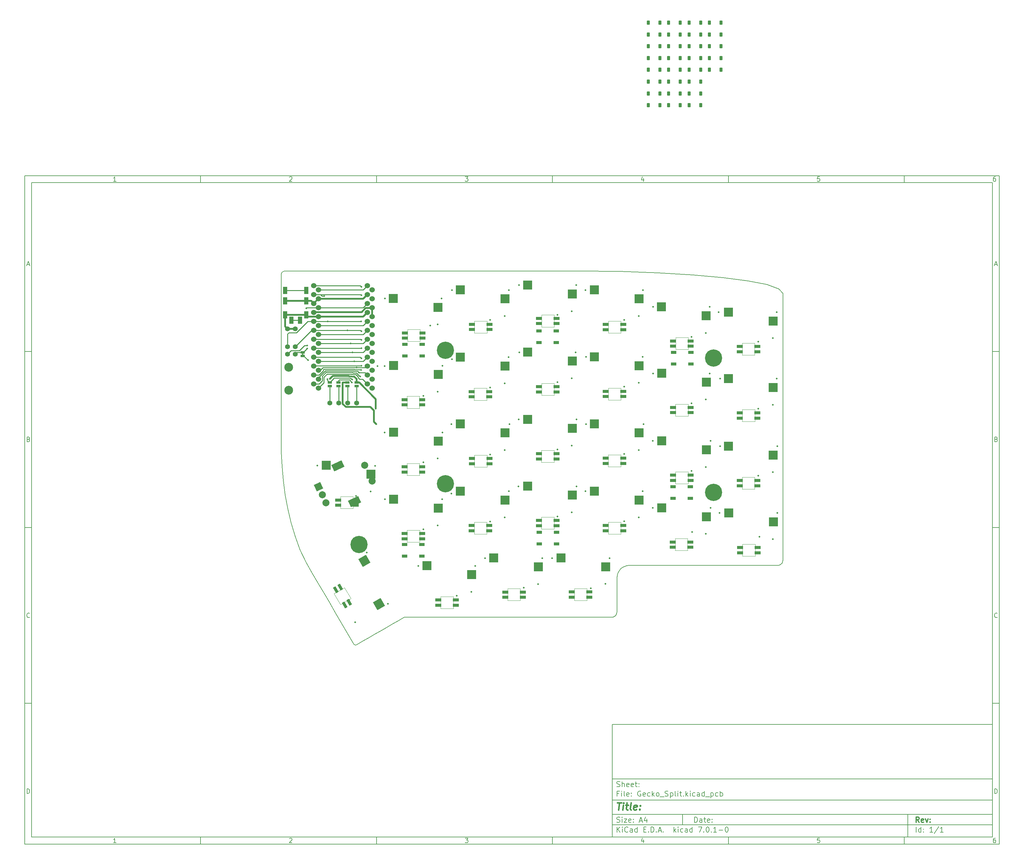
<source format=gtl>
G04 #@! TF.GenerationSoftware,KiCad,Pcbnew,7.0.1-0*
G04 #@! TF.CreationDate,2023-03-25T18:19:26+07:00*
G04 #@! TF.ProjectId,Gecko_Split,4765636b-6f5f-4537-906c-69742e6b6963,rev?*
G04 #@! TF.SameCoordinates,Original*
G04 #@! TF.FileFunction,Copper,L1,Top*
G04 #@! TF.FilePolarity,Positive*
%FSLAX46Y46*%
G04 Gerber Fmt 4.6, Leading zero omitted, Abs format (unit mm)*
G04 Created by KiCad (PCBNEW 7.0.1-0) date 2023-03-25 18:19:26*
%MOMM*%
%LPD*%
G01*
G04 APERTURE LIST*
G04 Aperture macros list*
%AMRoundRect*
0 Rectangle with rounded corners*
0 $1 Rounding radius*
0 $2 $3 $4 $5 $6 $7 $8 $9 X,Y pos of 4 corners*
0 Add a 4 corners polygon primitive as box body*
4,1,4,$2,$3,$4,$5,$6,$7,$8,$9,$2,$3,0*
0 Add four circle primitives for the rounded corners*
1,1,$1+$1,$2,$3*
1,1,$1+$1,$4,$5*
1,1,$1+$1,$6,$7*
1,1,$1+$1,$8,$9*
0 Add four rect primitives between the rounded corners*
20,1,$1+$1,$2,$3,$4,$5,0*
20,1,$1+$1,$4,$5,$6,$7,0*
20,1,$1+$1,$6,$7,$8,$9,0*
20,1,$1+$1,$8,$9,$2,$3,0*%
%AMRotRect*
0 Rectangle, with rotation*
0 The origin of the aperture is its center*
0 $1 length*
0 $2 width*
0 $3 Rotation angle, in degrees counterclockwise*
0 Add horizontal line*
21,1,$1,$2,0,0,$3*%
G04 Aperture macros list end*
%ADD10C,0.100000*%
%ADD11C,0.150000*%
%ADD12C,0.300000*%
%ADD13C,0.400000*%
G04 #@! TA.AperFunction,SMDPad,CuDef*
%ADD14R,1.800000X0.820000*%
G04 #@! TD*
G04 #@! TA.AperFunction,SMDPad,CuDef*
%ADD15RotRect,1.800000X0.820000X300.000000*%
G04 #@! TD*
G04 #@! TA.AperFunction,ComponentPad*
%ADD16C,1.397000*%
G04 #@! TD*
G04 #@! TA.AperFunction,ComponentPad*
%ADD17R,1.200000X2.100000*%
G04 #@! TD*
G04 #@! TA.AperFunction,ComponentPad*
%ADD18C,4.900000*%
G04 #@! TD*
G04 #@! TA.AperFunction,ComponentPad*
%ADD19C,1.524000*%
G04 #@! TD*
G04 #@! TA.AperFunction,SMDPad,CuDef*
%ADD20R,1.143000X0.635000*%
G04 #@! TD*
G04 #@! TA.AperFunction,ComponentPad*
%ADD21C,2.500000*%
G04 #@! TD*
G04 #@! TA.AperFunction,SMDPad,CuDef*
%ADD22R,0.381000X0.381000*%
G04 #@! TD*
G04 #@! TA.AperFunction,SMDPad,CuDef*
%ADD23R,1.500000X0.900000*%
G04 #@! TD*
G04 #@! TA.AperFunction,SMDPad,CuDef*
%ADD24R,2.550000X2.500000*%
G04 #@! TD*
G04 #@! TA.AperFunction,SMDPad,CuDef*
%ADD25RoundRect,0.225000X-0.225000X-0.375000X0.225000X-0.375000X0.225000X0.375000X-0.225000X0.375000X0*%
G04 #@! TD*
G04 #@! TA.AperFunction,SMDPad,CuDef*
%ADD26RotRect,2.550000X2.500000X120.000000*%
G04 #@! TD*
G04 #@! TA.AperFunction,ComponentPad*
%ADD27RotRect,2.000000X2.000000X25.000000*%
G04 #@! TD*
G04 #@! TA.AperFunction,ComponentPad*
%ADD28C,2.000000*%
G04 #@! TD*
G04 #@! TA.AperFunction,ComponentPad*
%ADD29RotRect,3.200000X2.000000X25.000000*%
G04 #@! TD*
G04 #@! TA.AperFunction,ViaPad*
%ADD30C,0.500000*%
G04 #@! TD*
G04 #@! TA.AperFunction,Conductor*
%ADD31C,0.250000*%
G04 #@! TD*
G04 #@! TA.AperFunction,Conductor*
%ADD32C,0.500000*%
G04 #@! TD*
G04 #@! TA.AperFunction,Conductor*
%ADD33C,0.400000*%
G04 #@! TD*
G04 #@! TA.AperFunction,Profile*
%ADD34C,0.200000*%
G04 #@! TD*
G04 #@! TA.AperFunction,Profile*
%ADD35C,0.050000*%
G04 #@! TD*
G04 APERTURE END LIST*
D10*
D11*
X177002200Y-166007200D02*
X285002200Y-166007200D01*
X285002200Y-198007200D01*
X177002200Y-198007200D01*
X177002200Y-166007200D01*
D10*
D11*
X10000000Y-10000000D02*
X287002200Y-10000000D01*
X287002200Y-200007200D01*
X10000000Y-200007200D01*
X10000000Y-10000000D01*
D10*
D11*
X12000000Y-12000000D02*
X285002200Y-12000000D01*
X285002200Y-198007200D01*
X12000000Y-198007200D01*
X12000000Y-12000000D01*
D10*
D11*
X60000000Y-12000000D02*
X60000000Y-10000000D01*
D10*
D11*
X110000000Y-12000000D02*
X110000000Y-10000000D01*
D10*
D11*
X160000000Y-12000000D02*
X160000000Y-10000000D01*
D10*
D11*
X210000000Y-12000000D02*
X210000000Y-10000000D01*
D10*
D11*
X260000000Y-12000000D02*
X260000000Y-10000000D01*
D10*
D11*
X35990476Y-11601404D02*
X35247619Y-11601404D01*
X35619047Y-11601404D02*
X35619047Y-10301404D01*
X35619047Y-10301404D02*
X35495238Y-10487119D01*
X35495238Y-10487119D02*
X35371428Y-10610928D01*
X35371428Y-10610928D02*
X35247619Y-10672833D01*
D10*
D11*
X85247619Y-10425214D02*
X85309523Y-10363309D01*
X85309523Y-10363309D02*
X85433333Y-10301404D01*
X85433333Y-10301404D02*
X85742857Y-10301404D01*
X85742857Y-10301404D02*
X85866666Y-10363309D01*
X85866666Y-10363309D02*
X85928571Y-10425214D01*
X85928571Y-10425214D02*
X85990476Y-10549023D01*
X85990476Y-10549023D02*
X85990476Y-10672833D01*
X85990476Y-10672833D02*
X85928571Y-10858547D01*
X85928571Y-10858547D02*
X85185714Y-11601404D01*
X85185714Y-11601404D02*
X85990476Y-11601404D01*
D10*
D11*
X135185714Y-10301404D02*
X135990476Y-10301404D01*
X135990476Y-10301404D02*
X135557142Y-10796642D01*
X135557142Y-10796642D02*
X135742857Y-10796642D01*
X135742857Y-10796642D02*
X135866666Y-10858547D01*
X135866666Y-10858547D02*
X135928571Y-10920452D01*
X135928571Y-10920452D02*
X135990476Y-11044261D01*
X135990476Y-11044261D02*
X135990476Y-11353785D01*
X135990476Y-11353785D02*
X135928571Y-11477595D01*
X135928571Y-11477595D02*
X135866666Y-11539500D01*
X135866666Y-11539500D02*
X135742857Y-11601404D01*
X135742857Y-11601404D02*
X135371428Y-11601404D01*
X135371428Y-11601404D02*
X135247619Y-11539500D01*
X135247619Y-11539500D02*
X135185714Y-11477595D01*
D10*
D11*
X185866666Y-10734738D02*
X185866666Y-11601404D01*
X185557142Y-10239500D02*
X185247619Y-11168071D01*
X185247619Y-11168071D02*
X186052380Y-11168071D01*
D10*
D11*
X235928571Y-10301404D02*
X235309523Y-10301404D01*
X235309523Y-10301404D02*
X235247619Y-10920452D01*
X235247619Y-10920452D02*
X235309523Y-10858547D01*
X235309523Y-10858547D02*
X235433333Y-10796642D01*
X235433333Y-10796642D02*
X235742857Y-10796642D01*
X235742857Y-10796642D02*
X235866666Y-10858547D01*
X235866666Y-10858547D02*
X235928571Y-10920452D01*
X235928571Y-10920452D02*
X235990476Y-11044261D01*
X235990476Y-11044261D02*
X235990476Y-11353785D01*
X235990476Y-11353785D02*
X235928571Y-11477595D01*
X235928571Y-11477595D02*
X235866666Y-11539500D01*
X235866666Y-11539500D02*
X235742857Y-11601404D01*
X235742857Y-11601404D02*
X235433333Y-11601404D01*
X235433333Y-11601404D02*
X235309523Y-11539500D01*
X235309523Y-11539500D02*
X235247619Y-11477595D01*
D10*
D11*
X285866666Y-10301404D02*
X285619047Y-10301404D01*
X285619047Y-10301404D02*
X285495238Y-10363309D01*
X285495238Y-10363309D02*
X285433333Y-10425214D01*
X285433333Y-10425214D02*
X285309523Y-10610928D01*
X285309523Y-10610928D02*
X285247619Y-10858547D01*
X285247619Y-10858547D02*
X285247619Y-11353785D01*
X285247619Y-11353785D02*
X285309523Y-11477595D01*
X285309523Y-11477595D02*
X285371428Y-11539500D01*
X285371428Y-11539500D02*
X285495238Y-11601404D01*
X285495238Y-11601404D02*
X285742857Y-11601404D01*
X285742857Y-11601404D02*
X285866666Y-11539500D01*
X285866666Y-11539500D02*
X285928571Y-11477595D01*
X285928571Y-11477595D02*
X285990476Y-11353785D01*
X285990476Y-11353785D02*
X285990476Y-11044261D01*
X285990476Y-11044261D02*
X285928571Y-10920452D01*
X285928571Y-10920452D02*
X285866666Y-10858547D01*
X285866666Y-10858547D02*
X285742857Y-10796642D01*
X285742857Y-10796642D02*
X285495238Y-10796642D01*
X285495238Y-10796642D02*
X285371428Y-10858547D01*
X285371428Y-10858547D02*
X285309523Y-10920452D01*
X285309523Y-10920452D02*
X285247619Y-11044261D01*
D10*
D11*
X60000000Y-198007200D02*
X60000000Y-200007200D01*
D10*
D11*
X110000000Y-198007200D02*
X110000000Y-200007200D01*
D10*
D11*
X160000000Y-198007200D02*
X160000000Y-200007200D01*
D10*
D11*
X210000000Y-198007200D02*
X210000000Y-200007200D01*
D10*
D11*
X260000000Y-198007200D02*
X260000000Y-200007200D01*
D10*
D11*
X35990476Y-199608604D02*
X35247619Y-199608604D01*
X35619047Y-199608604D02*
X35619047Y-198308604D01*
X35619047Y-198308604D02*
X35495238Y-198494319D01*
X35495238Y-198494319D02*
X35371428Y-198618128D01*
X35371428Y-198618128D02*
X35247619Y-198680033D01*
D10*
D11*
X85247619Y-198432414D02*
X85309523Y-198370509D01*
X85309523Y-198370509D02*
X85433333Y-198308604D01*
X85433333Y-198308604D02*
X85742857Y-198308604D01*
X85742857Y-198308604D02*
X85866666Y-198370509D01*
X85866666Y-198370509D02*
X85928571Y-198432414D01*
X85928571Y-198432414D02*
X85990476Y-198556223D01*
X85990476Y-198556223D02*
X85990476Y-198680033D01*
X85990476Y-198680033D02*
X85928571Y-198865747D01*
X85928571Y-198865747D02*
X85185714Y-199608604D01*
X85185714Y-199608604D02*
X85990476Y-199608604D01*
D10*
D11*
X135185714Y-198308604D02*
X135990476Y-198308604D01*
X135990476Y-198308604D02*
X135557142Y-198803842D01*
X135557142Y-198803842D02*
X135742857Y-198803842D01*
X135742857Y-198803842D02*
X135866666Y-198865747D01*
X135866666Y-198865747D02*
X135928571Y-198927652D01*
X135928571Y-198927652D02*
X135990476Y-199051461D01*
X135990476Y-199051461D02*
X135990476Y-199360985D01*
X135990476Y-199360985D02*
X135928571Y-199484795D01*
X135928571Y-199484795D02*
X135866666Y-199546700D01*
X135866666Y-199546700D02*
X135742857Y-199608604D01*
X135742857Y-199608604D02*
X135371428Y-199608604D01*
X135371428Y-199608604D02*
X135247619Y-199546700D01*
X135247619Y-199546700D02*
X135185714Y-199484795D01*
D10*
D11*
X185866666Y-198741938D02*
X185866666Y-199608604D01*
X185557142Y-198246700D02*
X185247619Y-199175271D01*
X185247619Y-199175271D02*
X186052380Y-199175271D01*
D10*
D11*
X235928571Y-198308604D02*
X235309523Y-198308604D01*
X235309523Y-198308604D02*
X235247619Y-198927652D01*
X235247619Y-198927652D02*
X235309523Y-198865747D01*
X235309523Y-198865747D02*
X235433333Y-198803842D01*
X235433333Y-198803842D02*
X235742857Y-198803842D01*
X235742857Y-198803842D02*
X235866666Y-198865747D01*
X235866666Y-198865747D02*
X235928571Y-198927652D01*
X235928571Y-198927652D02*
X235990476Y-199051461D01*
X235990476Y-199051461D02*
X235990476Y-199360985D01*
X235990476Y-199360985D02*
X235928571Y-199484795D01*
X235928571Y-199484795D02*
X235866666Y-199546700D01*
X235866666Y-199546700D02*
X235742857Y-199608604D01*
X235742857Y-199608604D02*
X235433333Y-199608604D01*
X235433333Y-199608604D02*
X235309523Y-199546700D01*
X235309523Y-199546700D02*
X235247619Y-199484795D01*
D10*
D11*
X285866666Y-198308604D02*
X285619047Y-198308604D01*
X285619047Y-198308604D02*
X285495238Y-198370509D01*
X285495238Y-198370509D02*
X285433333Y-198432414D01*
X285433333Y-198432414D02*
X285309523Y-198618128D01*
X285309523Y-198618128D02*
X285247619Y-198865747D01*
X285247619Y-198865747D02*
X285247619Y-199360985D01*
X285247619Y-199360985D02*
X285309523Y-199484795D01*
X285309523Y-199484795D02*
X285371428Y-199546700D01*
X285371428Y-199546700D02*
X285495238Y-199608604D01*
X285495238Y-199608604D02*
X285742857Y-199608604D01*
X285742857Y-199608604D02*
X285866666Y-199546700D01*
X285866666Y-199546700D02*
X285928571Y-199484795D01*
X285928571Y-199484795D02*
X285990476Y-199360985D01*
X285990476Y-199360985D02*
X285990476Y-199051461D01*
X285990476Y-199051461D02*
X285928571Y-198927652D01*
X285928571Y-198927652D02*
X285866666Y-198865747D01*
X285866666Y-198865747D02*
X285742857Y-198803842D01*
X285742857Y-198803842D02*
X285495238Y-198803842D01*
X285495238Y-198803842D02*
X285371428Y-198865747D01*
X285371428Y-198865747D02*
X285309523Y-198927652D01*
X285309523Y-198927652D02*
X285247619Y-199051461D01*
D10*
D11*
X10000000Y-60000000D02*
X12000000Y-60000000D01*
D10*
D11*
X10000000Y-110000000D02*
X12000000Y-110000000D01*
D10*
D11*
X10000000Y-160000000D02*
X12000000Y-160000000D01*
D10*
D11*
X10690476Y-35229976D02*
X11309523Y-35229976D01*
X10566666Y-35601404D02*
X10999999Y-34301404D01*
X10999999Y-34301404D02*
X11433333Y-35601404D01*
D10*
D11*
X11092857Y-84920452D02*
X11278571Y-84982357D01*
X11278571Y-84982357D02*
X11340476Y-85044261D01*
X11340476Y-85044261D02*
X11402380Y-85168071D01*
X11402380Y-85168071D02*
X11402380Y-85353785D01*
X11402380Y-85353785D02*
X11340476Y-85477595D01*
X11340476Y-85477595D02*
X11278571Y-85539500D01*
X11278571Y-85539500D02*
X11154761Y-85601404D01*
X11154761Y-85601404D02*
X10659523Y-85601404D01*
X10659523Y-85601404D02*
X10659523Y-84301404D01*
X10659523Y-84301404D02*
X11092857Y-84301404D01*
X11092857Y-84301404D02*
X11216666Y-84363309D01*
X11216666Y-84363309D02*
X11278571Y-84425214D01*
X11278571Y-84425214D02*
X11340476Y-84549023D01*
X11340476Y-84549023D02*
X11340476Y-84672833D01*
X11340476Y-84672833D02*
X11278571Y-84796642D01*
X11278571Y-84796642D02*
X11216666Y-84858547D01*
X11216666Y-84858547D02*
X11092857Y-84920452D01*
X11092857Y-84920452D02*
X10659523Y-84920452D01*
D10*
D11*
X11402380Y-135477595D02*
X11340476Y-135539500D01*
X11340476Y-135539500D02*
X11154761Y-135601404D01*
X11154761Y-135601404D02*
X11030952Y-135601404D01*
X11030952Y-135601404D02*
X10845238Y-135539500D01*
X10845238Y-135539500D02*
X10721428Y-135415690D01*
X10721428Y-135415690D02*
X10659523Y-135291880D01*
X10659523Y-135291880D02*
X10597619Y-135044261D01*
X10597619Y-135044261D02*
X10597619Y-134858547D01*
X10597619Y-134858547D02*
X10659523Y-134610928D01*
X10659523Y-134610928D02*
X10721428Y-134487119D01*
X10721428Y-134487119D02*
X10845238Y-134363309D01*
X10845238Y-134363309D02*
X11030952Y-134301404D01*
X11030952Y-134301404D02*
X11154761Y-134301404D01*
X11154761Y-134301404D02*
X11340476Y-134363309D01*
X11340476Y-134363309D02*
X11402380Y-134425214D01*
D10*
D11*
X10659523Y-185601404D02*
X10659523Y-184301404D01*
X10659523Y-184301404D02*
X10969047Y-184301404D01*
X10969047Y-184301404D02*
X11154761Y-184363309D01*
X11154761Y-184363309D02*
X11278571Y-184487119D01*
X11278571Y-184487119D02*
X11340476Y-184610928D01*
X11340476Y-184610928D02*
X11402380Y-184858547D01*
X11402380Y-184858547D02*
X11402380Y-185044261D01*
X11402380Y-185044261D02*
X11340476Y-185291880D01*
X11340476Y-185291880D02*
X11278571Y-185415690D01*
X11278571Y-185415690D02*
X11154761Y-185539500D01*
X11154761Y-185539500D02*
X10969047Y-185601404D01*
X10969047Y-185601404D02*
X10659523Y-185601404D01*
D10*
D11*
X287002200Y-60000000D02*
X285002200Y-60000000D01*
D10*
D11*
X287002200Y-110000000D02*
X285002200Y-110000000D01*
D10*
D11*
X287002200Y-160000000D02*
X285002200Y-160000000D01*
D10*
D11*
X285692676Y-35229976D02*
X286311723Y-35229976D01*
X285568866Y-35601404D02*
X286002199Y-34301404D01*
X286002199Y-34301404D02*
X286435533Y-35601404D01*
D10*
D11*
X286095057Y-84920452D02*
X286280771Y-84982357D01*
X286280771Y-84982357D02*
X286342676Y-85044261D01*
X286342676Y-85044261D02*
X286404580Y-85168071D01*
X286404580Y-85168071D02*
X286404580Y-85353785D01*
X286404580Y-85353785D02*
X286342676Y-85477595D01*
X286342676Y-85477595D02*
X286280771Y-85539500D01*
X286280771Y-85539500D02*
X286156961Y-85601404D01*
X286156961Y-85601404D02*
X285661723Y-85601404D01*
X285661723Y-85601404D02*
X285661723Y-84301404D01*
X285661723Y-84301404D02*
X286095057Y-84301404D01*
X286095057Y-84301404D02*
X286218866Y-84363309D01*
X286218866Y-84363309D02*
X286280771Y-84425214D01*
X286280771Y-84425214D02*
X286342676Y-84549023D01*
X286342676Y-84549023D02*
X286342676Y-84672833D01*
X286342676Y-84672833D02*
X286280771Y-84796642D01*
X286280771Y-84796642D02*
X286218866Y-84858547D01*
X286218866Y-84858547D02*
X286095057Y-84920452D01*
X286095057Y-84920452D02*
X285661723Y-84920452D01*
D10*
D11*
X286404580Y-135477595D02*
X286342676Y-135539500D01*
X286342676Y-135539500D02*
X286156961Y-135601404D01*
X286156961Y-135601404D02*
X286033152Y-135601404D01*
X286033152Y-135601404D02*
X285847438Y-135539500D01*
X285847438Y-135539500D02*
X285723628Y-135415690D01*
X285723628Y-135415690D02*
X285661723Y-135291880D01*
X285661723Y-135291880D02*
X285599819Y-135044261D01*
X285599819Y-135044261D02*
X285599819Y-134858547D01*
X285599819Y-134858547D02*
X285661723Y-134610928D01*
X285661723Y-134610928D02*
X285723628Y-134487119D01*
X285723628Y-134487119D02*
X285847438Y-134363309D01*
X285847438Y-134363309D02*
X286033152Y-134301404D01*
X286033152Y-134301404D02*
X286156961Y-134301404D01*
X286156961Y-134301404D02*
X286342676Y-134363309D01*
X286342676Y-134363309D02*
X286404580Y-134425214D01*
D10*
D11*
X285661723Y-185601404D02*
X285661723Y-184301404D01*
X285661723Y-184301404D02*
X285971247Y-184301404D01*
X285971247Y-184301404D02*
X286156961Y-184363309D01*
X286156961Y-184363309D02*
X286280771Y-184487119D01*
X286280771Y-184487119D02*
X286342676Y-184610928D01*
X286342676Y-184610928D02*
X286404580Y-184858547D01*
X286404580Y-184858547D02*
X286404580Y-185044261D01*
X286404580Y-185044261D02*
X286342676Y-185291880D01*
X286342676Y-185291880D02*
X286280771Y-185415690D01*
X286280771Y-185415690D02*
X286156961Y-185539500D01*
X286156961Y-185539500D02*
X285971247Y-185601404D01*
X285971247Y-185601404D02*
X285661723Y-185601404D01*
D10*
D11*
X200359342Y-193801128D02*
X200359342Y-192301128D01*
X200359342Y-192301128D02*
X200716485Y-192301128D01*
X200716485Y-192301128D02*
X200930771Y-192372557D01*
X200930771Y-192372557D02*
X201073628Y-192515414D01*
X201073628Y-192515414D02*
X201145057Y-192658271D01*
X201145057Y-192658271D02*
X201216485Y-192943985D01*
X201216485Y-192943985D02*
X201216485Y-193158271D01*
X201216485Y-193158271D02*
X201145057Y-193443985D01*
X201145057Y-193443985D02*
X201073628Y-193586842D01*
X201073628Y-193586842D02*
X200930771Y-193729700D01*
X200930771Y-193729700D02*
X200716485Y-193801128D01*
X200716485Y-193801128D02*
X200359342Y-193801128D01*
X202502200Y-193801128D02*
X202502200Y-193015414D01*
X202502200Y-193015414D02*
X202430771Y-192872557D01*
X202430771Y-192872557D02*
X202287914Y-192801128D01*
X202287914Y-192801128D02*
X202002200Y-192801128D01*
X202002200Y-192801128D02*
X201859342Y-192872557D01*
X202502200Y-193729700D02*
X202359342Y-193801128D01*
X202359342Y-193801128D02*
X202002200Y-193801128D01*
X202002200Y-193801128D02*
X201859342Y-193729700D01*
X201859342Y-193729700D02*
X201787914Y-193586842D01*
X201787914Y-193586842D02*
X201787914Y-193443985D01*
X201787914Y-193443985D02*
X201859342Y-193301128D01*
X201859342Y-193301128D02*
X202002200Y-193229700D01*
X202002200Y-193229700D02*
X202359342Y-193229700D01*
X202359342Y-193229700D02*
X202502200Y-193158271D01*
X203002200Y-192801128D02*
X203573628Y-192801128D01*
X203216485Y-192301128D02*
X203216485Y-193586842D01*
X203216485Y-193586842D02*
X203287914Y-193729700D01*
X203287914Y-193729700D02*
X203430771Y-193801128D01*
X203430771Y-193801128D02*
X203573628Y-193801128D01*
X204645057Y-193729700D02*
X204502200Y-193801128D01*
X204502200Y-193801128D02*
X204216486Y-193801128D01*
X204216486Y-193801128D02*
X204073628Y-193729700D01*
X204073628Y-193729700D02*
X204002200Y-193586842D01*
X204002200Y-193586842D02*
X204002200Y-193015414D01*
X204002200Y-193015414D02*
X204073628Y-192872557D01*
X204073628Y-192872557D02*
X204216486Y-192801128D01*
X204216486Y-192801128D02*
X204502200Y-192801128D01*
X204502200Y-192801128D02*
X204645057Y-192872557D01*
X204645057Y-192872557D02*
X204716486Y-193015414D01*
X204716486Y-193015414D02*
X204716486Y-193158271D01*
X204716486Y-193158271D02*
X204002200Y-193301128D01*
X205359342Y-193658271D02*
X205430771Y-193729700D01*
X205430771Y-193729700D02*
X205359342Y-193801128D01*
X205359342Y-193801128D02*
X205287914Y-193729700D01*
X205287914Y-193729700D02*
X205359342Y-193658271D01*
X205359342Y-193658271D02*
X205359342Y-193801128D01*
X205359342Y-192872557D02*
X205430771Y-192943985D01*
X205430771Y-192943985D02*
X205359342Y-193015414D01*
X205359342Y-193015414D02*
X205287914Y-192943985D01*
X205287914Y-192943985D02*
X205359342Y-192872557D01*
X205359342Y-192872557D02*
X205359342Y-193015414D01*
D10*
D11*
X177002200Y-194507200D02*
X285002200Y-194507200D01*
D10*
D11*
X178359342Y-196601128D02*
X178359342Y-195101128D01*
X179216485Y-196601128D02*
X178573628Y-195743985D01*
X179216485Y-195101128D02*
X178359342Y-195958271D01*
X179859342Y-196601128D02*
X179859342Y-195601128D01*
X179859342Y-195101128D02*
X179787914Y-195172557D01*
X179787914Y-195172557D02*
X179859342Y-195243985D01*
X179859342Y-195243985D02*
X179930771Y-195172557D01*
X179930771Y-195172557D02*
X179859342Y-195101128D01*
X179859342Y-195101128D02*
X179859342Y-195243985D01*
X181430771Y-196458271D02*
X181359343Y-196529700D01*
X181359343Y-196529700D02*
X181145057Y-196601128D01*
X181145057Y-196601128D02*
X181002200Y-196601128D01*
X181002200Y-196601128D02*
X180787914Y-196529700D01*
X180787914Y-196529700D02*
X180645057Y-196386842D01*
X180645057Y-196386842D02*
X180573628Y-196243985D01*
X180573628Y-196243985D02*
X180502200Y-195958271D01*
X180502200Y-195958271D02*
X180502200Y-195743985D01*
X180502200Y-195743985D02*
X180573628Y-195458271D01*
X180573628Y-195458271D02*
X180645057Y-195315414D01*
X180645057Y-195315414D02*
X180787914Y-195172557D01*
X180787914Y-195172557D02*
X181002200Y-195101128D01*
X181002200Y-195101128D02*
X181145057Y-195101128D01*
X181145057Y-195101128D02*
X181359343Y-195172557D01*
X181359343Y-195172557D02*
X181430771Y-195243985D01*
X182716486Y-196601128D02*
X182716486Y-195815414D01*
X182716486Y-195815414D02*
X182645057Y-195672557D01*
X182645057Y-195672557D02*
X182502200Y-195601128D01*
X182502200Y-195601128D02*
X182216486Y-195601128D01*
X182216486Y-195601128D02*
X182073628Y-195672557D01*
X182716486Y-196529700D02*
X182573628Y-196601128D01*
X182573628Y-196601128D02*
X182216486Y-196601128D01*
X182216486Y-196601128D02*
X182073628Y-196529700D01*
X182073628Y-196529700D02*
X182002200Y-196386842D01*
X182002200Y-196386842D02*
X182002200Y-196243985D01*
X182002200Y-196243985D02*
X182073628Y-196101128D01*
X182073628Y-196101128D02*
X182216486Y-196029700D01*
X182216486Y-196029700D02*
X182573628Y-196029700D01*
X182573628Y-196029700D02*
X182716486Y-195958271D01*
X184073629Y-196601128D02*
X184073629Y-195101128D01*
X184073629Y-196529700D02*
X183930771Y-196601128D01*
X183930771Y-196601128D02*
X183645057Y-196601128D01*
X183645057Y-196601128D02*
X183502200Y-196529700D01*
X183502200Y-196529700D02*
X183430771Y-196458271D01*
X183430771Y-196458271D02*
X183359343Y-196315414D01*
X183359343Y-196315414D02*
X183359343Y-195886842D01*
X183359343Y-195886842D02*
X183430771Y-195743985D01*
X183430771Y-195743985D02*
X183502200Y-195672557D01*
X183502200Y-195672557D02*
X183645057Y-195601128D01*
X183645057Y-195601128D02*
X183930771Y-195601128D01*
X183930771Y-195601128D02*
X184073629Y-195672557D01*
X185930771Y-195815414D02*
X186430771Y-195815414D01*
X186645057Y-196601128D02*
X185930771Y-196601128D01*
X185930771Y-196601128D02*
X185930771Y-195101128D01*
X185930771Y-195101128D02*
X186645057Y-195101128D01*
X187287914Y-196458271D02*
X187359343Y-196529700D01*
X187359343Y-196529700D02*
X187287914Y-196601128D01*
X187287914Y-196601128D02*
X187216486Y-196529700D01*
X187216486Y-196529700D02*
X187287914Y-196458271D01*
X187287914Y-196458271D02*
X187287914Y-196601128D01*
X188002200Y-196601128D02*
X188002200Y-195101128D01*
X188002200Y-195101128D02*
X188359343Y-195101128D01*
X188359343Y-195101128D02*
X188573629Y-195172557D01*
X188573629Y-195172557D02*
X188716486Y-195315414D01*
X188716486Y-195315414D02*
X188787915Y-195458271D01*
X188787915Y-195458271D02*
X188859343Y-195743985D01*
X188859343Y-195743985D02*
X188859343Y-195958271D01*
X188859343Y-195958271D02*
X188787915Y-196243985D01*
X188787915Y-196243985D02*
X188716486Y-196386842D01*
X188716486Y-196386842D02*
X188573629Y-196529700D01*
X188573629Y-196529700D02*
X188359343Y-196601128D01*
X188359343Y-196601128D02*
X188002200Y-196601128D01*
X189502200Y-196458271D02*
X189573629Y-196529700D01*
X189573629Y-196529700D02*
X189502200Y-196601128D01*
X189502200Y-196601128D02*
X189430772Y-196529700D01*
X189430772Y-196529700D02*
X189502200Y-196458271D01*
X189502200Y-196458271D02*
X189502200Y-196601128D01*
X190145058Y-196172557D02*
X190859344Y-196172557D01*
X190002201Y-196601128D02*
X190502201Y-195101128D01*
X190502201Y-195101128D02*
X191002201Y-196601128D01*
X191502200Y-196458271D02*
X191573629Y-196529700D01*
X191573629Y-196529700D02*
X191502200Y-196601128D01*
X191502200Y-196601128D02*
X191430772Y-196529700D01*
X191430772Y-196529700D02*
X191502200Y-196458271D01*
X191502200Y-196458271D02*
X191502200Y-196601128D01*
X194502200Y-196601128D02*
X194502200Y-195101128D01*
X194645058Y-196029700D02*
X195073629Y-196601128D01*
X195073629Y-195601128D02*
X194502200Y-196172557D01*
X195716486Y-196601128D02*
X195716486Y-195601128D01*
X195716486Y-195101128D02*
X195645058Y-195172557D01*
X195645058Y-195172557D02*
X195716486Y-195243985D01*
X195716486Y-195243985D02*
X195787915Y-195172557D01*
X195787915Y-195172557D02*
X195716486Y-195101128D01*
X195716486Y-195101128D02*
X195716486Y-195243985D01*
X197073630Y-196529700D02*
X196930772Y-196601128D01*
X196930772Y-196601128D02*
X196645058Y-196601128D01*
X196645058Y-196601128D02*
X196502201Y-196529700D01*
X196502201Y-196529700D02*
X196430772Y-196458271D01*
X196430772Y-196458271D02*
X196359344Y-196315414D01*
X196359344Y-196315414D02*
X196359344Y-195886842D01*
X196359344Y-195886842D02*
X196430772Y-195743985D01*
X196430772Y-195743985D02*
X196502201Y-195672557D01*
X196502201Y-195672557D02*
X196645058Y-195601128D01*
X196645058Y-195601128D02*
X196930772Y-195601128D01*
X196930772Y-195601128D02*
X197073630Y-195672557D01*
X198359344Y-196601128D02*
X198359344Y-195815414D01*
X198359344Y-195815414D02*
X198287915Y-195672557D01*
X198287915Y-195672557D02*
X198145058Y-195601128D01*
X198145058Y-195601128D02*
X197859344Y-195601128D01*
X197859344Y-195601128D02*
X197716486Y-195672557D01*
X198359344Y-196529700D02*
X198216486Y-196601128D01*
X198216486Y-196601128D02*
X197859344Y-196601128D01*
X197859344Y-196601128D02*
X197716486Y-196529700D01*
X197716486Y-196529700D02*
X197645058Y-196386842D01*
X197645058Y-196386842D02*
X197645058Y-196243985D01*
X197645058Y-196243985D02*
X197716486Y-196101128D01*
X197716486Y-196101128D02*
X197859344Y-196029700D01*
X197859344Y-196029700D02*
X198216486Y-196029700D01*
X198216486Y-196029700D02*
X198359344Y-195958271D01*
X199716487Y-196601128D02*
X199716487Y-195101128D01*
X199716487Y-196529700D02*
X199573629Y-196601128D01*
X199573629Y-196601128D02*
X199287915Y-196601128D01*
X199287915Y-196601128D02*
X199145058Y-196529700D01*
X199145058Y-196529700D02*
X199073629Y-196458271D01*
X199073629Y-196458271D02*
X199002201Y-196315414D01*
X199002201Y-196315414D02*
X199002201Y-195886842D01*
X199002201Y-195886842D02*
X199073629Y-195743985D01*
X199073629Y-195743985D02*
X199145058Y-195672557D01*
X199145058Y-195672557D02*
X199287915Y-195601128D01*
X199287915Y-195601128D02*
X199573629Y-195601128D01*
X199573629Y-195601128D02*
X199716487Y-195672557D01*
X201430772Y-195101128D02*
X202430772Y-195101128D01*
X202430772Y-195101128D02*
X201787915Y-196601128D01*
X203002200Y-196458271D02*
X203073629Y-196529700D01*
X203073629Y-196529700D02*
X203002200Y-196601128D01*
X203002200Y-196601128D02*
X202930772Y-196529700D01*
X202930772Y-196529700D02*
X203002200Y-196458271D01*
X203002200Y-196458271D02*
X203002200Y-196601128D01*
X204002201Y-195101128D02*
X204145058Y-195101128D01*
X204145058Y-195101128D02*
X204287915Y-195172557D01*
X204287915Y-195172557D02*
X204359344Y-195243985D01*
X204359344Y-195243985D02*
X204430772Y-195386842D01*
X204430772Y-195386842D02*
X204502201Y-195672557D01*
X204502201Y-195672557D02*
X204502201Y-196029700D01*
X204502201Y-196029700D02*
X204430772Y-196315414D01*
X204430772Y-196315414D02*
X204359344Y-196458271D01*
X204359344Y-196458271D02*
X204287915Y-196529700D01*
X204287915Y-196529700D02*
X204145058Y-196601128D01*
X204145058Y-196601128D02*
X204002201Y-196601128D01*
X204002201Y-196601128D02*
X203859344Y-196529700D01*
X203859344Y-196529700D02*
X203787915Y-196458271D01*
X203787915Y-196458271D02*
X203716486Y-196315414D01*
X203716486Y-196315414D02*
X203645058Y-196029700D01*
X203645058Y-196029700D02*
X203645058Y-195672557D01*
X203645058Y-195672557D02*
X203716486Y-195386842D01*
X203716486Y-195386842D02*
X203787915Y-195243985D01*
X203787915Y-195243985D02*
X203859344Y-195172557D01*
X203859344Y-195172557D02*
X204002201Y-195101128D01*
X205145057Y-196458271D02*
X205216486Y-196529700D01*
X205216486Y-196529700D02*
X205145057Y-196601128D01*
X205145057Y-196601128D02*
X205073629Y-196529700D01*
X205073629Y-196529700D02*
X205145057Y-196458271D01*
X205145057Y-196458271D02*
X205145057Y-196601128D01*
X206645058Y-196601128D02*
X205787915Y-196601128D01*
X206216486Y-196601128D02*
X206216486Y-195101128D01*
X206216486Y-195101128D02*
X206073629Y-195315414D01*
X206073629Y-195315414D02*
X205930772Y-195458271D01*
X205930772Y-195458271D02*
X205787915Y-195529700D01*
X207287914Y-196029700D02*
X208430772Y-196029700D01*
X209430772Y-195101128D02*
X209573629Y-195101128D01*
X209573629Y-195101128D02*
X209716486Y-195172557D01*
X209716486Y-195172557D02*
X209787915Y-195243985D01*
X209787915Y-195243985D02*
X209859343Y-195386842D01*
X209859343Y-195386842D02*
X209930772Y-195672557D01*
X209930772Y-195672557D02*
X209930772Y-196029700D01*
X209930772Y-196029700D02*
X209859343Y-196315414D01*
X209859343Y-196315414D02*
X209787915Y-196458271D01*
X209787915Y-196458271D02*
X209716486Y-196529700D01*
X209716486Y-196529700D02*
X209573629Y-196601128D01*
X209573629Y-196601128D02*
X209430772Y-196601128D01*
X209430772Y-196601128D02*
X209287915Y-196529700D01*
X209287915Y-196529700D02*
X209216486Y-196458271D01*
X209216486Y-196458271D02*
X209145057Y-196315414D01*
X209145057Y-196315414D02*
X209073629Y-196029700D01*
X209073629Y-196029700D02*
X209073629Y-195672557D01*
X209073629Y-195672557D02*
X209145057Y-195386842D01*
X209145057Y-195386842D02*
X209216486Y-195243985D01*
X209216486Y-195243985D02*
X209287915Y-195172557D01*
X209287915Y-195172557D02*
X209430772Y-195101128D01*
D10*
D11*
X177002200Y-191507200D02*
X285002200Y-191507200D01*
D10*
D12*
X264216485Y-193801128D02*
X263716485Y-193086842D01*
X263359342Y-193801128D02*
X263359342Y-192301128D01*
X263359342Y-192301128D02*
X263930771Y-192301128D01*
X263930771Y-192301128D02*
X264073628Y-192372557D01*
X264073628Y-192372557D02*
X264145057Y-192443985D01*
X264145057Y-192443985D02*
X264216485Y-192586842D01*
X264216485Y-192586842D02*
X264216485Y-192801128D01*
X264216485Y-192801128D02*
X264145057Y-192943985D01*
X264145057Y-192943985D02*
X264073628Y-193015414D01*
X264073628Y-193015414D02*
X263930771Y-193086842D01*
X263930771Y-193086842D02*
X263359342Y-193086842D01*
X265430771Y-193729700D02*
X265287914Y-193801128D01*
X265287914Y-193801128D02*
X265002200Y-193801128D01*
X265002200Y-193801128D02*
X264859342Y-193729700D01*
X264859342Y-193729700D02*
X264787914Y-193586842D01*
X264787914Y-193586842D02*
X264787914Y-193015414D01*
X264787914Y-193015414D02*
X264859342Y-192872557D01*
X264859342Y-192872557D02*
X265002200Y-192801128D01*
X265002200Y-192801128D02*
X265287914Y-192801128D01*
X265287914Y-192801128D02*
X265430771Y-192872557D01*
X265430771Y-192872557D02*
X265502200Y-193015414D01*
X265502200Y-193015414D02*
X265502200Y-193158271D01*
X265502200Y-193158271D02*
X264787914Y-193301128D01*
X266002199Y-192801128D02*
X266359342Y-193801128D01*
X266359342Y-193801128D02*
X266716485Y-192801128D01*
X267287913Y-193658271D02*
X267359342Y-193729700D01*
X267359342Y-193729700D02*
X267287913Y-193801128D01*
X267287913Y-193801128D02*
X267216485Y-193729700D01*
X267216485Y-193729700D02*
X267287913Y-193658271D01*
X267287913Y-193658271D02*
X267287913Y-193801128D01*
X267287913Y-192872557D02*
X267359342Y-192943985D01*
X267359342Y-192943985D02*
X267287913Y-193015414D01*
X267287913Y-193015414D02*
X267216485Y-192943985D01*
X267216485Y-192943985D02*
X267287913Y-192872557D01*
X267287913Y-192872557D02*
X267287913Y-193015414D01*
D10*
D11*
X178287914Y-193729700D02*
X178502200Y-193801128D01*
X178502200Y-193801128D02*
X178859342Y-193801128D01*
X178859342Y-193801128D02*
X179002200Y-193729700D01*
X179002200Y-193729700D02*
X179073628Y-193658271D01*
X179073628Y-193658271D02*
X179145057Y-193515414D01*
X179145057Y-193515414D02*
X179145057Y-193372557D01*
X179145057Y-193372557D02*
X179073628Y-193229700D01*
X179073628Y-193229700D02*
X179002200Y-193158271D01*
X179002200Y-193158271D02*
X178859342Y-193086842D01*
X178859342Y-193086842D02*
X178573628Y-193015414D01*
X178573628Y-193015414D02*
X178430771Y-192943985D01*
X178430771Y-192943985D02*
X178359342Y-192872557D01*
X178359342Y-192872557D02*
X178287914Y-192729700D01*
X178287914Y-192729700D02*
X178287914Y-192586842D01*
X178287914Y-192586842D02*
X178359342Y-192443985D01*
X178359342Y-192443985D02*
X178430771Y-192372557D01*
X178430771Y-192372557D02*
X178573628Y-192301128D01*
X178573628Y-192301128D02*
X178930771Y-192301128D01*
X178930771Y-192301128D02*
X179145057Y-192372557D01*
X179787913Y-193801128D02*
X179787913Y-192801128D01*
X179787913Y-192301128D02*
X179716485Y-192372557D01*
X179716485Y-192372557D02*
X179787913Y-192443985D01*
X179787913Y-192443985D02*
X179859342Y-192372557D01*
X179859342Y-192372557D02*
X179787913Y-192301128D01*
X179787913Y-192301128D02*
X179787913Y-192443985D01*
X180359342Y-192801128D02*
X181145057Y-192801128D01*
X181145057Y-192801128D02*
X180359342Y-193801128D01*
X180359342Y-193801128D02*
X181145057Y-193801128D01*
X182287914Y-193729700D02*
X182145057Y-193801128D01*
X182145057Y-193801128D02*
X181859343Y-193801128D01*
X181859343Y-193801128D02*
X181716485Y-193729700D01*
X181716485Y-193729700D02*
X181645057Y-193586842D01*
X181645057Y-193586842D02*
X181645057Y-193015414D01*
X181645057Y-193015414D02*
X181716485Y-192872557D01*
X181716485Y-192872557D02*
X181859343Y-192801128D01*
X181859343Y-192801128D02*
X182145057Y-192801128D01*
X182145057Y-192801128D02*
X182287914Y-192872557D01*
X182287914Y-192872557D02*
X182359343Y-193015414D01*
X182359343Y-193015414D02*
X182359343Y-193158271D01*
X182359343Y-193158271D02*
X181645057Y-193301128D01*
X183002199Y-193658271D02*
X183073628Y-193729700D01*
X183073628Y-193729700D02*
X183002199Y-193801128D01*
X183002199Y-193801128D02*
X182930771Y-193729700D01*
X182930771Y-193729700D02*
X183002199Y-193658271D01*
X183002199Y-193658271D02*
X183002199Y-193801128D01*
X183002199Y-192872557D02*
X183073628Y-192943985D01*
X183073628Y-192943985D02*
X183002199Y-193015414D01*
X183002199Y-193015414D02*
X182930771Y-192943985D01*
X182930771Y-192943985D02*
X183002199Y-192872557D01*
X183002199Y-192872557D02*
X183002199Y-193015414D01*
X184787914Y-193372557D02*
X185502200Y-193372557D01*
X184645057Y-193801128D02*
X185145057Y-192301128D01*
X185145057Y-192301128D02*
X185645057Y-193801128D01*
X186787914Y-192801128D02*
X186787914Y-193801128D01*
X186430771Y-192229700D02*
X186073628Y-193301128D01*
X186073628Y-193301128D02*
X187002199Y-193301128D01*
D10*
D11*
X263359342Y-196601128D02*
X263359342Y-195101128D01*
X264716486Y-196601128D02*
X264716486Y-195101128D01*
X264716486Y-196529700D02*
X264573628Y-196601128D01*
X264573628Y-196601128D02*
X264287914Y-196601128D01*
X264287914Y-196601128D02*
X264145057Y-196529700D01*
X264145057Y-196529700D02*
X264073628Y-196458271D01*
X264073628Y-196458271D02*
X264002200Y-196315414D01*
X264002200Y-196315414D02*
X264002200Y-195886842D01*
X264002200Y-195886842D02*
X264073628Y-195743985D01*
X264073628Y-195743985D02*
X264145057Y-195672557D01*
X264145057Y-195672557D02*
X264287914Y-195601128D01*
X264287914Y-195601128D02*
X264573628Y-195601128D01*
X264573628Y-195601128D02*
X264716486Y-195672557D01*
X265430771Y-196458271D02*
X265502200Y-196529700D01*
X265502200Y-196529700D02*
X265430771Y-196601128D01*
X265430771Y-196601128D02*
X265359343Y-196529700D01*
X265359343Y-196529700D02*
X265430771Y-196458271D01*
X265430771Y-196458271D02*
X265430771Y-196601128D01*
X265430771Y-195672557D02*
X265502200Y-195743985D01*
X265502200Y-195743985D02*
X265430771Y-195815414D01*
X265430771Y-195815414D02*
X265359343Y-195743985D01*
X265359343Y-195743985D02*
X265430771Y-195672557D01*
X265430771Y-195672557D02*
X265430771Y-195815414D01*
X268073629Y-196601128D02*
X267216486Y-196601128D01*
X267645057Y-196601128D02*
X267645057Y-195101128D01*
X267645057Y-195101128D02*
X267502200Y-195315414D01*
X267502200Y-195315414D02*
X267359343Y-195458271D01*
X267359343Y-195458271D02*
X267216486Y-195529700D01*
X269787914Y-195029700D02*
X268502200Y-196958271D01*
X271073629Y-196601128D02*
X270216486Y-196601128D01*
X270645057Y-196601128D02*
X270645057Y-195101128D01*
X270645057Y-195101128D02*
X270502200Y-195315414D01*
X270502200Y-195315414D02*
X270359343Y-195458271D01*
X270359343Y-195458271D02*
X270216486Y-195529700D01*
D10*
D11*
X177002200Y-187507200D02*
X285002200Y-187507200D01*
D10*
D13*
X178430771Y-188232438D02*
X179573628Y-188232438D01*
X178752200Y-190232438D02*
X179002200Y-188232438D01*
X179978390Y-190232438D02*
X180145057Y-188899104D01*
X180228390Y-188232438D02*
X180121247Y-188327676D01*
X180121247Y-188327676D02*
X180204581Y-188422914D01*
X180204581Y-188422914D02*
X180311724Y-188327676D01*
X180311724Y-188327676D02*
X180228390Y-188232438D01*
X180228390Y-188232438D02*
X180204581Y-188422914D01*
X180799819Y-188899104D02*
X181561723Y-188899104D01*
X181168866Y-188232438D02*
X180954581Y-189946723D01*
X180954581Y-189946723D02*
X181026009Y-190137200D01*
X181026009Y-190137200D02*
X181204581Y-190232438D01*
X181204581Y-190232438D02*
X181395057Y-190232438D01*
X182335533Y-190232438D02*
X182156961Y-190137200D01*
X182156961Y-190137200D02*
X182085533Y-189946723D01*
X182085533Y-189946723D02*
X182299818Y-188232438D01*
X183859342Y-190137200D02*
X183656961Y-190232438D01*
X183656961Y-190232438D02*
X183276008Y-190232438D01*
X183276008Y-190232438D02*
X183097437Y-190137200D01*
X183097437Y-190137200D02*
X183026008Y-189946723D01*
X183026008Y-189946723D02*
X183121247Y-189184819D01*
X183121247Y-189184819D02*
X183240294Y-188994342D01*
X183240294Y-188994342D02*
X183442675Y-188899104D01*
X183442675Y-188899104D02*
X183823627Y-188899104D01*
X183823627Y-188899104D02*
X184002199Y-188994342D01*
X184002199Y-188994342D02*
X184073627Y-189184819D01*
X184073627Y-189184819D02*
X184049818Y-189375295D01*
X184049818Y-189375295D02*
X183073627Y-189565771D01*
X184811723Y-190041961D02*
X184895056Y-190137200D01*
X184895056Y-190137200D02*
X184787913Y-190232438D01*
X184787913Y-190232438D02*
X184704580Y-190137200D01*
X184704580Y-190137200D02*
X184811723Y-190041961D01*
X184811723Y-190041961D02*
X184787913Y-190232438D01*
X184942675Y-188994342D02*
X185026008Y-189089580D01*
X185026008Y-189089580D02*
X184918866Y-189184819D01*
X184918866Y-189184819D02*
X184835532Y-189089580D01*
X184835532Y-189089580D02*
X184942675Y-188994342D01*
X184942675Y-188994342D02*
X184918866Y-189184819D01*
D10*
D11*
X178859342Y-185615414D02*
X178359342Y-185615414D01*
X178359342Y-186401128D02*
X178359342Y-184901128D01*
X178359342Y-184901128D02*
X179073628Y-184901128D01*
X179645056Y-186401128D02*
X179645056Y-185401128D01*
X179645056Y-184901128D02*
X179573628Y-184972557D01*
X179573628Y-184972557D02*
X179645056Y-185043985D01*
X179645056Y-185043985D02*
X179716485Y-184972557D01*
X179716485Y-184972557D02*
X179645056Y-184901128D01*
X179645056Y-184901128D02*
X179645056Y-185043985D01*
X180573628Y-186401128D02*
X180430771Y-186329700D01*
X180430771Y-186329700D02*
X180359342Y-186186842D01*
X180359342Y-186186842D02*
X180359342Y-184901128D01*
X181716485Y-186329700D02*
X181573628Y-186401128D01*
X181573628Y-186401128D02*
X181287914Y-186401128D01*
X181287914Y-186401128D02*
X181145056Y-186329700D01*
X181145056Y-186329700D02*
X181073628Y-186186842D01*
X181073628Y-186186842D02*
X181073628Y-185615414D01*
X181073628Y-185615414D02*
X181145056Y-185472557D01*
X181145056Y-185472557D02*
X181287914Y-185401128D01*
X181287914Y-185401128D02*
X181573628Y-185401128D01*
X181573628Y-185401128D02*
X181716485Y-185472557D01*
X181716485Y-185472557D02*
X181787914Y-185615414D01*
X181787914Y-185615414D02*
X181787914Y-185758271D01*
X181787914Y-185758271D02*
X181073628Y-185901128D01*
X182430770Y-186258271D02*
X182502199Y-186329700D01*
X182502199Y-186329700D02*
X182430770Y-186401128D01*
X182430770Y-186401128D02*
X182359342Y-186329700D01*
X182359342Y-186329700D02*
X182430770Y-186258271D01*
X182430770Y-186258271D02*
X182430770Y-186401128D01*
X182430770Y-185472557D02*
X182502199Y-185543985D01*
X182502199Y-185543985D02*
X182430770Y-185615414D01*
X182430770Y-185615414D02*
X182359342Y-185543985D01*
X182359342Y-185543985D02*
X182430770Y-185472557D01*
X182430770Y-185472557D02*
X182430770Y-185615414D01*
X185073628Y-184972557D02*
X184930771Y-184901128D01*
X184930771Y-184901128D02*
X184716485Y-184901128D01*
X184716485Y-184901128D02*
X184502199Y-184972557D01*
X184502199Y-184972557D02*
X184359342Y-185115414D01*
X184359342Y-185115414D02*
X184287913Y-185258271D01*
X184287913Y-185258271D02*
X184216485Y-185543985D01*
X184216485Y-185543985D02*
X184216485Y-185758271D01*
X184216485Y-185758271D02*
X184287913Y-186043985D01*
X184287913Y-186043985D02*
X184359342Y-186186842D01*
X184359342Y-186186842D02*
X184502199Y-186329700D01*
X184502199Y-186329700D02*
X184716485Y-186401128D01*
X184716485Y-186401128D02*
X184859342Y-186401128D01*
X184859342Y-186401128D02*
X185073628Y-186329700D01*
X185073628Y-186329700D02*
X185145056Y-186258271D01*
X185145056Y-186258271D02*
X185145056Y-185758271D01*
X185145056Y-185758271D02*
X184859342Y-185758271D01*
X186359342Y-186329700D02*
X186216485Y-186401128D01*
X186216485Y-186401128D02*
X185930771Y-186401128D01*
X185930771Y-186401128D02*
X185787913Y-186329700D01*
X185787913Y-186329700D02*
X185716485Y-186186842D01*
X185716485Y-186186842D02*
X185716485Y-185615414D01*
X185716485Y-185615414D02*
X185787913Y-185472557D01*
X185787913Y-185472557D02*
X185930771Y-185401128D01*
X185930771Y-185401128D02*
X186216485Y-185401128D01*
X186216485Y-185401128D02*
X186359342Y-185472557D01*
X186359342Y-185472557D02*
X186430771Y-185615414D01*
X186430771Y-185615414D02*
X186430771Y-185758271D01*
X186430771Y-185758271D02*
X185716485Y-185901128D01*
X187716485Y-186329700D02*
X187573627Y-186401128D01*
X187573627Y-186401128D02*
X187287913Y-186401128D01*
X187287913Y-186401128D02*
X187145056Y-186329700D01*
X187145056Y-186329700D02*
X187073627Y-186258271D01*
X187073627Y-186258271D02*
X187002199Y-186115414D01*
X187002199Y-186115414D02*
X187002199Y-185686842D01*
X187002199Y-185686842D02*
X187073627Y-185543985D01*
X187073627Y-185543985D02*
X187145056Y-185472557D01*
X187145056Y-185472557D02*
X187287913Y-185401128D01*
X187287913Y-185401128D02*
X187573627Y-185401128D01*
X187573627Y-185401128D02*
X187716485Y-185472557D01*
X188359341Y-186401128D02*
X188359341Y-184901128D01*
X188502199Y-185829700D02*
X188930770Y-186401128D01*
X188930770Y-185401128D02*
X188359341Y-185972557D01*
X189787913Y-186401128D02*
X189645056Y-186329700D01*
X189645056Y-186329700D02*
X189573627Y-186258271D01*
X189573627Y-186258271D02*
X189502199Y-186115414D01*
X189502199Y-186115414D02*
X189502199Y-185686842D01*
X189502199Y-185686842D02*
X189573627Y-185543985D01*
X189573627Y-185543985D02*
X189645056Y-185472557D01*
X189645056Y-185472557D02*
X189787913Y-185401128D01*
X189787913Y-185401128D02*
X190002199Y-185401128D01*
X190002199Y-185401128D02*
X190145056Y-185472557D01*
X190145056Y-185472557D02*
X190216485Y-185543985D01*
X190216485Y-185543985D02*
X190287913Y-185686842D01*
X190287913Y-185686842D02*
X190287913Y-186115414D01*
X190287913Y-186115414D02*
X190216485Y-186258271D01*
X190216485Y-186258271D02*
X190145056Y-186329700D01*
X190145056Y-186329700D02*
X190002199Y-186401128D01*
X190002199Y-186401128D02*
X189787913Y-186401128D01*
X190573628Y-186543985D02*
X191716485Y-186543985D01*
X192002199Y-186329700D02*
X192216485Y-186401128D01*
X192216485Y-186401128D02*
X192573627Y-186401128D01*
X192573627Y-186401128D02*
X192716485Y-186329700D01*
X192716485Y-186329700D02*
X192787913Y-186258271D01*
X192787913Y-186258271D02*
X192859342Y-186115414D01*
X192859342Y-186115414D02*
X192859342Y-185972557D01*
X192859342Y-185972557D02*
X192787913Y-185829700D01*
X192787913Y-185829700D02*
X192716485Y-185758271D01*
X192716485Y-185758271D02*
X192573627Y-185686842D01*
X192573627Y-185686842D02*
X192287913Y-185615414D01*
X192287913Y-185615414D02*
X192145056Y-185543985D01*
X192145056Y-185543985D02*
X192073627Y-185472557D01*
X192073627Y-185472557D02*
X192002199Y-185329700D01*
X192002199Y-185329700D02*
X192002199Y-185186842D01*
X192002199Y-185186842D02*
X192073627Y-185043985D01*
X192073627Y-185043985D02*
X192145056Y-184972557D01*
X192145056Y-184972557D02*
X192287913Y-184901128D01*
X192287913Y-184901128D02*
X192645056Y-184901128D01*
X192645056Y-184901128D02*
X192859342Y-184972557D01*
X193502198Y-185401128D02*
X193502198Y-186901128D01*
X193502198Y-185472557D02*
X193645056Y-185401128D01*
X193645056Y-185401128D02*
X193930770Y-185401128D01*
X193930770Y-185401128D02*
X194073627Y-185472557D01*
X194073627Y-185472557D02*
X194145056Y-185543985D01*
X194145056Y-185543985D02*
X194216484Y-185686842D01*
X194216484Y-185686842D02*
X194216484Y-186115414D01*
X194216484Y-186115414D02*
X194145056Y-186258271D01*
X194145056Y-186258271D02*
X194073627Y-186329700D01*
X194073627Y-186329700D02*
X193930770Y-186401128D01*
X193930770Y-186401128D02*
X193645056Y-186401128D01*
X193645056Y-186401128D02*
X193502198Y-186329700D01*
X195073627Y-186401128D02*
X194930770Y-186329700D01*
X194930770Y-186329700D02*
X194859341Y-186186842D01*
X194859341Y-186186842D02*
X194859341Y-184901128D01*
X195645055Y-186401128D02*
X195645055Y-185401128D01*
X195645055Y-184901128D02*
X195573627Y-184972557D01*
X195573627Y-184972557D02*
X195645055Y-185043985D01*
X195645055Y-185043985D02*
X195716484Y-184972557D01*
X195716484Y-184972557D02*
X195645055Y-184901128D01*
X195645055Y-184901128D02*
X195645055Y-185043985D01*
X196145056Y-185401128D02*
X196716484Y-185401128D01*
X196359341Y-184901128D02*
X196359341Y-186186842D01*
X196359341Y-186186842D02*
X196430770Y-186329700D01*
X196430770Y-186329700D02*
X196573627Y-186401128D01*
X196573627Y-186401128D02*
X196716484Y-186401128D01*
X197216484Y-186258271D02*
X197287913Y-186329700D01*
X197287913Y-186329700D02*
X197216484Y-186401128D01*
X197216484Y-186401128D02*
X197145056Y-186329700D01*
X197145056Y-186329700D02*
X197216484Y-186258271D01*
X197216484Y-186258271D02*
X197216484Y-186401128D01*
X197930770Y-186401128D02*
X197930770Y-184901128D01*
X198073628Y-185829700D02*
X198502199Y-186401128D01*
X198502199Y-185401128D02*
X197930770Y-185972557D01*
X199145056Y-186401128D02*
X199145056Y-185401128D01*
X199145056Y-184901128D02*
X199073628Y-184972557D01*
X199073628Y-184972557D02*
X199145056Y-185043985D01*
X199145056Y-185043985D02*
X199216485Y-184972557D01*
X199216485Y-184972557D02*
X199145056Y-184901128D01*
X199145056Y-184901128D02*
X199145056Y-185043985D01*
X200502200Y-186329700D02*
X200359342Y-186401128D01*
X200359342Y-186401128D02*
X200073628Y-186401128D01*
X200073628Y-186401128D02*
X199930771Y-186329700D01*
X199930771Y-186329700D02*
X199859342Y-186258271D01*
X199859342Y-186258271D02*
X199787914Y-186115414D01*
X199787914Y-186115414D02*
X199787914Y-185686842D01*
X199787914Y-185686842D02*
X199859342Y-185543985D01*
X199859342Y-185543985D02*
X199930771Y-185472557D01*
X199930771Y-185472557D02*
X200073628Y-185401128D01*
X200073628Y-185401128D02*
X200359342Y-185401128D01*
X200359342Y-185401128D02*
X200502200Y-185472557D01*
X201787914Y-186401128D02*
X201787914Y-185615414D01*
X201787914Y-185615414D02*
X201716485Y-185472557D01*
X201716485Y-185472557D02*
X201573628Y-185401128D01*
X201573628Y-185401128D02*
X201287914Y-185401128D01*
X201287914Y-185401128D02*
X201145056Y-185472557D01*
X201787914Y-186329700D02*
X201645056Y-186401128D01*
X201645056Y-186401128D02*
X201287914Y-186401128D01*
X201287914Y-186401128D02*
X201145056Y-186329700D01*
X201145056Y-186329700D02*
X201073628Y-186186842D01*
X201073628Y-186186842D02*
X201073628Y-186043985D01*
X201073628Y-186043985D02*
X201145056Y-185901128D01*
X201145056Y-185901128D02*
X201287914Y-185829700D01*
X201287914Y-185829700D02*
X201645056Y-185829700D01*
X201645056Y-185829700D02*
X201787914Y-185758271D01*
X203145057Y-186401128D02*
X203145057Y-184901128D01*
X203145057Y-186329700D02*
X203002199Y-186401128D01*
X203002199Y-186401128D02*
X202716485Y-186401128D01*
X202716485Y-186401128D02*
X202573628Y-186329700D01*
X202573628Y-186329700D02*
X202502199Y-186258271D01*
X202502199Y-186258271D02*
X202430771Y-186115414D01*
X202430771Y-186115414D02*
X202430771Y-185686842D01*
X202430771Y-185686842D02*
X202502199Y-185543985D01*
X202502199Y-185543985D02*
X202573628Y-185472557D01*
X202573628Y-185472557D02*
X202716485Y-185401128D01*
X202716485Y-185401128D02*
X203002199Y-185401128D01*
X203002199Y-185401128D02*
X203145057Y-185472557D01*
X203502200Y-186543985D02*
X204645057Y-186543985D01*
X205002199Y-185401128D02*
X205002199Y-186901128D01*
X205002199Y-185472557D02*
X205145057Y-185401128D01*
X205145057Y-185401128D02*
X205430771Y-185401128D01*
X205430771Y-185401128D02*
X205573628Y-185472557D01*
X205573628Y-185472557D02*
X205645057Y-185543985D01*
X205645057Y-185543985D02*
X205716485Y-185686842D01*
X205716485Y-185686842D02*
X205716485Y-186115414D01*
X205716485Y-186115414D02*
X205645057Y-186258271D01*
X205645057Y-186258271D02*
X205573628Y-186329700D01*
X205573628Y-186329700D02*
X205430771Y-186401128D01*
X205430771Y-186401128D02*
X205145057Y-186401128D01*
X205145057Y-186401128D02*
X205002199Y-186329700D01*
X207002200Y-186329700D02*
X206859342Y-186401128D01*
X206859342Y-186401128D02*
X206573628Y-186401128D01*
X206573628Y-186401128D02*
X206430771Y-186329700D01*
X206430771Y-186329700D02*
X206359342Y-186258271D01*
X206359342Y-186258271D02*
X206287914Y-186115414D01*
X206287914Y-186115414D02*
X206287914Y-185686842D01*
X206287914Y-185686842D02*
X206359342Y-185543985D01*
X206359342Y-185543985D02*
X206430771Y-185472557D01*
X206430771Y-185472557D02*
X206573628Y-185401128D01*
X206573628Y-185401128D02*
X206859342Y-185401128D01*
X206859342Y-185401128D02*
X207002200Y-185472557D01*
X207645056Y-186401128D02*
X207645056Y-184901128D01*
X207645056Y-185472557D02*
X207787914Y-185401128D01*
X207787914Y-185401128D02*
X208073628Y-185401128D01*
X208073628Y-185401128D02*
X208216485Y-185472557D01*
X208216485Y-185472557D02*
X208287914Y-185543985D01*
X208287914Y-185543985D02*
X208359342Y-185686842D01*
X208359342Y-185686842D02*
X208359342Y-186115414D01*
X208359342Y-186115414D02*
X208287914Y-186258271D01*
X208287914Y-186258271D02*
X208216485Y-186329700D01*
X208216485Y-186329700D02*
X208073628Y-186401128D01*
X208073628Y-186401128D02*
X207787914Y-186401128D01*
X207787914Y-186401128D02*
X207645056Y-186329700D01*
D10*
D11*
X177002200Y-181507200D02*
X285002200Y-181507200D01*
D10*
D11*
X178287914Y-183629700D02*
X178502200Y-183701128D01*
X178502200Y-183701128D02*
X178859342Y-183701128D01*
X178859342Y-183701128D02*
X179002200Y-183629700D01*
X179002200Y-183629700D02*
X179073628Y-183558271D01*
X179073628Y-183558271D02*
X179145057Y-183415414D01*
X179145057Y-183415414D02*
X179145057Y-183272557D01*
X179145057Y-183272557D02*
X179073628Y-183129700D01*
X179073628Y-183129700D02*
X179002200Y-183058271D01*
X179002200Y-183058271D02*
X178859342Y-182986842D01*
X178859342Y-182986842D02*
X178573628Y-182915414D01*
X178573628Y-182915414D02*
X178430771Y-182843985D01*
X178430771Y-182843985D02*
X178359342Y-182772557D01*
X178359342Y-182772557D02*
X178287914Y-182629700D01*
X178287914Y-182629700D02*
X178287914Y-182486842D01*
X178287914Y-182486842D02*
X178359342Y-182343985D01*
X178359342Y-182343985D02*
X178430771Y-182272557D01*
X178430771Y-182272557D02*
X178573628Y-182201128D01*
X178573628Y-182201128D02*
X178930771Y-182201128D01*
X178930771Y-182201128D02*
X179145057Y-182272557D01*
X179787913Y-183701128D02*
X179787913Y-182201128D01*
X180430771Y-183701128D02*
X180430771Y-182915414D01*
X180430771Y-182915414D02*
X180359342Y-182772557D01*
X180359342Y-182772557D02*
X180216485Y-182701128D01*
X180216485Y-182701128D02*
X180002199Y-182701128D01*
X180002199Y-182701128D02*
X179859342Y-182772557D01*
X179859342Y-182772557D02*
X179787913Y-182843985D01*
X181716485Y-183629700D02*
X181573628Y-183701128D01*
X181573628Y-183701128D02*
X181287914Y-183701128D01*
X181287914Y-183701128D02*
X181145056Y-183629700D01*
X181145056Y-183629700D02*
X181073628Y-183486842D01*
X181073628Y-183486842D02*
X181073628Y-182915414D01*
X181073628Y-182915414D02*
X181145056Y-182772557D01*
X181145056Y-182772557D02*
X181287914Y-182701128D01*
X181287914Y-182701128D02*
X181573628Y-182701128D01*
X181573628Y-182701128D02*
X181716485Y-182772557D01*
X181716485Y-182772557D02*
X181787914Y-182915414D01*
X181787914Y-182915414D02*
X181787914Y-183058271D01*
X181787914Y-183058271D02*
X181073628Y-183201128D01*
X183002199Y-183629700D02*
X182859342Y-183701128D01*
X182859342Y-183701128D02*
X182573628Y-183701128D01*
X182573628Y-183701128D02*
X182430770Y-183629700D01*
X182430770Y-183629700D02*
X182359342Y-183486842D01*
X182359342Y-183486842D02*
X182359342Y-182915414D01*
X182359342Y-182915414D02*
X182430770Y-182772557D01*
X182430770Y-182772557D02*
X182573628Y-182701128D01*
X182573628Y-182701128D02*
X182859342Y-182701128D01*
X182859342Y-182701128D02*
X183002199Y-182772557D01*
X183002199Y-182772557D02*
X183073628Y-182915414D01*
X183073628Y-182915414D02*
X183073628Y-183058271D01*
X183073628Y-183058271D02*
X182359342Y-183201128D01*
X183502199Y-182701128D02*
X184073627Y-182701128D01*
X183716484Y-182201128D02*
X183716484Y-183486842D01*
X183716484Y-183486842D02*
X183787913Y-183629700D01*
X183787913Y-183629700D02*
X183930770Y-183701128D01*
X183930770Y-183701128D02*
X184073627Y-183701128D01*
X184573627Y-183558271D02*
X184645056Y-183629700D01*
X184645056Y-183629700D02*
X184573627Y-183701128D01*
X184573627Y-183701128D02*
X184502199Y-183629700D01*
X184502199Y-183629700D02*
X184573627Y-183558271D01*
X184573627Y-183558271D02*
X184573627Y-183701128D01*
X184573627Y-182772557D02*
X184645056Y-182843985D01*
X184645056Y-182843985D02*
X184573627Y-182915414D01*
X184573627Y-182915414D02*
X184502199Y-182843985D01*
X184502199Y-182843985D02*
X184573627Y-182772557D01*
X184573627Y-182772557D02*
X184573627Y-182915414D01*
D10*
D12*
D10*
D11*
D10*
D11*
D10*
D11*
D10*
D11*
D10*
D11*
X197002200Y-191507200D02*
X197002200Y-194507200D01*
D10*
D11*
X261002200Y-191507200D02*
X261002200Y-198007200D01*
D14*
X170506400Y-129820800D03*
X165506400Y-129820800D03*
X165506400Y-128320800D03*
X170506400Y-128320800D03*
X151558000Y-129844800D03*
X146558000Y-129844800D03*
X146558000Y-128344800D03*
X151558000Y-128344800D03*
X132558800Y-132106800D03*
X127558800Y-132106800D03*
X127558800Y-130606800D03*
X132558800Y-130606800D03*
D15*
X100921362Y-132029328D03*
X98421362Y-127699200D03*
X99720400Y-126949200D03*
X102220400Y-131279328D03*
D14*
X104060000Y-103682800D03*
X99060000Y-103682800D03*
X99060000Y-102182800D03*
X104060000Y-102182800D03*
D16*
X84688035Y-53499272D03*
X84688035Y-58579272D03*
X86938035Y-53499272D03*
X86938035Y-58579272D03*
D17*
X84050000Y-49600000D03*
X90000000Y-49600000D03*
X84050000Y-45600000D03*
X90000000Y-45600000D03*
X84050000Y-42600000D03*
X90000000Y-42600000D03*
X85800000Y-51100000D03*
X88250000Y-51100000D03*
D16*
X84700000Y-60700000D03*
X86900000Y-60700000D03*
D18*
X129600000Y-59600000D03*
X205800000Y-61800000D03*
X129600000Y-97600000D03*
X205800000Y-100000000D03*
X105000000Y-114800000D03*
D19*
X92180000Y-41230000D03*
X108718815Y-42425745D03*
X92180000Y-43770000D03*
X108718815Y-44965745D03*
X92180000Y-46310000D03*
X108718815Y-47505745D03*
X92180000Y-48850000D03*
X108718815Y-50045745D03*
X92180000Y-51390000D03*
X108718815Y-52585745D03*
X92180000Y-53930000D03*
X108718815Y-55125745D03*
X92180000Y-56470000D03*
X108718815Y-57665745D03*
X92180000Y-59010000D03*
X108718815Y-60205745D03*
X92180000Y-61550000D03*
X108718815Y-62745745D03*
X92180000Y-64090000D03*
X108718815Y-65285745D03*
X92180000Y-66630000D03*
X108718815Y-67825745D03*
X92180000Y-69170000D03*
X108718815Y-70365745D03*
X93478815Y-70365745D03*
X107420000Y-69170000D03*
X93478815Y-67825745D03*
X107420000Y-66630000D03*
X93478815Y-65285745D03*
X107420000Y-64090000D03*
X93478815Y-62745745D03*
X107420000Y-61550000D03*
X93478815Y-60205745D03*
X107420000Y-59010000D03*
X93478815Y-57665745D03*
X107420000Y-56470000D03*
X93478815Y-55125745D03*
X107420000Y-53930000D03*
X93478815Y-52585745D03*
X107420000Y-51390000D03*
X93478815Y-50045745D03*
X107420000Y-48850000D03*
X93478815Y-47505745D03*
X107420000Y-46310000D03*
X93478815Y-44965745D03*
X107420000Y-43770000D03*
X93478815Y-42425745D03*
X107420000Y-41230000D03*
D20*
X104300000Y-69800380D03*
X104300000Y-68799620D03*
X101700000Y-69800380D03*
X101700000Y-68799620D03*
X99200000Y-69800380D03*
X99200000Y-68799620D03*
D21*
X85000000Y-70950000D03*
X85000000Y-64450000D03*
D22*
X89000000Y-60700000D03*
D20*
X89000000Y-61200380D03*
X89000000Y-60199620D03*
X96700000Y-69800380D03*
X96700000Y-68799620D03*
D16*
X96700000Y-74600000D03*
X99240000Y-74600000D03*
X101780000Y-74600000D03*
X104320000Y-74600000D03*
D14*
X199288400Y-58470800D03*
X194288400Y-58470800D03*
X194288400Y-56970800D03*
X199288400Y-56970800D03*
D23*
X156237600Y-111404400D03*
X156237600Y-114704400D03*
X161137600Y-114704400D03*
X161137600Y-111404400D03*
D24*
X146507200Y-102209600D03*
X133807200Y-99669600D03*
D14*
X180107600Y-91822400D03*
X175107600Y-91822400D03*
X175107600Y-90322400D03*
X180107600Y-90322400D03*
X161159200Y-109500800D03*
X156159200Y-109500800D03*
X156159200Y-108000800D03*
X161159200Y-108000800D03*
D24*
X175097200Y-121168800D03*
X162397200Y-118628800D03*
D25*
X198804600Y23437000D03*
X202104600Y23437000D03*
D14*
X122936000Y-75160000D03*
X117936000Y-75160000D03*
X117936000Y-73660000D03*
X122936000Y-73660000D03*
D24*
X184596800Y-64018800D03*
X171896800Y-61478800D03*
D25*
X198804600Y20087000D03*
X202104600Y20087000D03*
D24*
X184596800Y-45019600D03*
X171896800Y-42479600D03*
D26*
X110728696Y-131750123D03*
X106578400Y-119481600D03*
D25*
X198804600Y10037000D03*
X202104600Y10037000D03*
X198804600Y13387000D03*
X202104600Y13387000D03*
X187214600Y13387000D03*
X190514600Y13387000D03*
D24*
X222707200Y-89408000D03*
X210007200Y-86868000D03*
X127508000Y-104495600D03*
X114808000Y-101955600D03*
D14*
X199136000Y-115620800D03*
X194136000Y-115620800D03*
X194136000Y-114120800D03*
X199136000Y-114120800D03*
D25*
X193009600Y23437000D03*
X196309600Y23437000D03*
D14*
X142036800Y-72874000D03*
X137036800Y-72874000D03*
X137036800Y-71374000D03*
X142036800Y-71374000D03*
X161137600Y-90501600D03*
X156137600Y-90501600D03*
X156137600Y-89001600D03*
X161137600Y-89001600D03*
D24*
X203708000Y-106934000D03*
X191008000Y-104394000D03*
D25*
X187214600Y23437000D03*
X190514600Y23437000D03*
D14*
X161188400Y-52046000D03*
X156188400Y-52046000D03*
X156188400Y-50546000D03*
X161188400Y-50546000D03*
D25*
X193009600Y30137000D03*
X196309600Y30137000D03*
X204599600Y30137000D03*
X207899600Y30137000D03*
D24*
X184607200Y-83108800D03*
X171907200Y-80568800D03*
D14*
X142047600Y-110935200D03*
X137047600Y-110935200D03*
X137047600Y-109435200D03*
X142047600Y-109435200D03*
X122936000Y-94234000D03*
X117936000Y-94234000D03*
X117936000Y-92734000D03*
X122936000Y-92734000D03*
D25*
X187214600Y16737000D03*
X190514600Y16737000D03*
D24*
X146507200Y-64160400D03*
X133807200Y-61620400D03*
X108407200Y-94894400D03*
X95707200Y-92354400D03*
D14*
X218186000Y-98145600D03*
X213186000Y-98145600D03*
X213186000Y-96645600D03*
X218186000Y-96645600D03*
D23*
X194404400Y-60224400D03*
X194404400Y-63524400D03*
X199304400Y-63524400D03*
X199304400Y-60224400D03*
D24*
X165608000Y-43637200D03*
X152908000Y-41097200D03*
X127487200Y-47447200D03*
X114787200Y-44907200D03*
X146507200Y-83108800D03*
X133807200Y-80568800D03*
X165648400Y-62698000D03*
X152948400Y-60158000D03*
D23*
X156152000Y-54128400D03*
X156152000Y-57428400D03*
X161052000Y-57428400D03*
X161052000Y-54128400D03*
X118036000Y-57962800D03*
X118036000Y-61262800D03*
X122936000Y-61262800D03*
X122936000Y-57962800D03*
D14*
X122957600Y-113233200D03*
X117957600Y-113233200D03*
X117957600Y-111733200D03*
X122957600Y-111733200D03*
D24*
X137007600Y-123393200D03*
X124307600Y-120853200D03*
X222758000Y-108418000D03*
X210058000Y-105878000D03*
D25*
X204599600Y26787000D03*
X207899600Y26787000D03*
X204599600Y33487000D03*
X207899600Y33487000D03*
D23*
X117985200Y-114808000D03*
X117985200Y-118108000D03*
X122885200Y-118108000D03*
X122885200Y-114808000D03*
D25*
X187214600Y20087000D03*
X190514600Y20087000D03*
X193009600Y26787000D03*
X196309600Y26787000D03*
X187214600Y10037000D03*
X190514600Y10037000D03*
X198804600Y16737000D03*
X202104600Y16737000D03*
D14*
X199259200Y-77368400D03*
X194259200Y-77368400D03*
X194259200Y-75868400D03*
X199259200Y-75868400D03*
D24*
X127508000Y-66497200D03*
X114808000Y-63957200D03*
D14*
X218287600Y-117171600D03*
X213287600Y-117171600D03*
X213287600Y-115671600D03*
X218287600Y-115671600D03*
D24*
X184607200Y-102209600D03*
X171907200Y-99669600D03*
D25*
X193009600Y33487000D03*
X196309600Y33487000D03*
X198804600Y26787000D03*
X202104600Y26787000D03*
D27*
X93515523Y-98435813D03*
D28*
X95628614Y-102967352D03*
X94572069Y-100701582D03*
D29*
X99002715Y-92456622D03*
X103736039Y-102607269D03*
D28*
X108770077Y-96839387D03*
X106656986Y-92307848D03*
D25*
X187214600Y26787000D03*
X190514600Y26787000D03*
D24*
X165608000Y-100787200D03*
X152908000Y-98247200D03*
D14*
X218236800Y-78943200D03*
X213236800Y-78943200D03*
X213236800Y-77443200D03*
X218236800Y-77443200D03*
X218196800Y-60045600D03*
X213196800Y-60045600D03*
X213196800Y-58545600D03*
X218196800Y-58545600D03*
D24*
X146486400Y-45008800D03*
X133786400Y-42468800D03*
D14*
X180158400Y-53773200D03*
X175158400Y-53773200D03*
X175158400Y-52273200D03*
X180158400Y-52273200D03*
D25*
X193009600Y13387000D03*
X196309600Y13387000D03*
D14*
X142087600Y-53746400D03*
X137087600Y-53746400D03*
X137087600Y-52246400D03*
X142087600Y-52246400D03*
D24*
X222696800Y-51318800D03*
X209996800Y-48778800D03*
D25*
X193009600Y10037000D03*
X196309600Y10037000D03*
X193009600Y20087000D03*
X196309600Y20087000D03*
D24*
X156006800Y-121158000D03*
X143306800Y-118618000D03*
D14*
X199237600Y-96621600D03*
X194237600Y-96621600D03*
X194237600Y-95121600D03*
X199237600Y-95121600D03*
D25*
X187214600Y33487000D03*
X190514600Y33487000D03*
D14*
X180158400Y-72796400D03*
X175158400Y-72796400D03*
X175158400Y-71296400D03*
X180158400Y-71296400D03*
D24*
X222707200Y-70205600D03*
X210007200Y-67665600D03*
D25*
X198804600Y33487000D03*
X202104600Y33487000D03*
D24*
X165608000Y-81788000D03*
X152908000Y-79248000D03*
D14*
X161188400Y-71451600D03*
X156188400Y-71451600D03*
X156188400Y-69951600D03*
X161188400Y-69951600D03*
D24*
X203697600Y-49794800D03*
X190997600Y-47254800D03*
X127508000Y-85496400D03*
X114808000Y-82956400D03*
X203708000Y-87884000D03*
X191008000Y-85344000D03*
D25*
X193009600Y16737000D03*
X196309600Y16737000D03*
X198804600Y30137000D03*
X202104600Y30137000D03*
D14*
X180158400Y-110947200D03*
X175158400Y-110947200D03*
X175158400Y-109447200D03*
X180158400Y-109447200D03*
X123088400Y-56184800D03*
X118088400Y-56184800D03*
X118088400Y-54684800D03*
X123088400Y-54684800D03*
D24*
X203708000Y-68681600D03*
X191008000Y-66141600D03*
D25*
X204599600Y23437000D03*
X207899600Y23437000D03*
X187214600Y30137000D03*
X190514600Y30137000D03*
D14*
X142109200Y-91873200D03*
X137109200Y-91873200D03*
X137109200Y-90373200D03*
X142109200Y-90373200D03*
D23*
X194236000Y-98452400D03*
X194236000Y-101752400D03*
X199136000Y-101752400D03*
X199136000Y-98452400D03*
D25*
X204599600Y20087000D03*
X207899600Y20087000D03*
D30*
X105327833Y-67072169D03*
X105700000Y-59000000D03*
X105700000Y-61900000D03*
X105700000Y-64000000D03*
X105600000Y-65200000D03*
X125222000Y-52578000D03*
X100400000Y-50045745D03*
X109900000Y-80600000D03*
X100400008Y-68800000D03*
X109800000Y-76200000D03*
X96900000Y-44965745D03*
X96900000Y-48800000D03*
X96700000Y-67800000D03*
X222600000Y-56200000D03*
X222600000Y-75100000D03*
X222600000Y-94300000D03*
X222600000Y-113300000D03*
X207500000Y-105900000D03*
X207600012Y-86900000D03*
X207200000Y-48800000D03*
X102675000Y-57665745D03*
X203600000Y-54700000D03*
X203600000Y-73600000D03*
X203600000Y-92800000D03*
X203600000Y-111800000D03*
X175000000Y-126000000D03*
X188600000Y-47300000D03*
X159900000Y-118700000D03*
X188500000Y-104400000D03*
X103175000Y-60205745D03*
X131300000Y-80600000D03*
X188500000Y-85400000D03*
X184500000Y-49900000D03*
X184500000Y-68900000D03*
X184500000Y-88000000D03*
X155900000Y-126100000D03*
X103700000Y-62745745D03*
X169500000Y-61500000D03*
X169400000Y-99700000D03*
X169500000Y-80600000D03*
X140800000Y-118700000D03*
X165500000Y-48500000D03*
X165500000Y-67600000D03*
X165500000Y-86700000D03*
X165500000Y-105700000D03*
X136900000Y-128300000D03*
X150600000Y-60200000D03*
X150500000Y-41100000D03*
X150300000Y-98300000D03*
X104300000Y-64575000D03*
X150400000Y-79300000D03*
X146400000Y-49900000D03*
X146400000Y-69000000D03*
X146400000Y-88000000D03*
X146400000Y-107100000D03*
X131400000Y-42500000D03*
X147600000Y-42500000D03*
X131400000Y-62200000D03*
X107200000Y-117100000D03*
X131300000Y-100400000D03*
X105000000Y-66000000D03*
X103900000Y-136900000D03*
X127400000Y-71400000D03*
X127400000Y-90400000D03*
X127400000Y-109400000D03*
X108300000Y-99800000D03*
X110300000Y-64100000D03*
X93200000Y-92400000D03*
X127400000Y-52300000D03*
X112300000Y-83000000D03*
X112399986Y-44900000D03*
X112300000Y-64100000D03*
X112400000Y-101999990D03*
X105600000Y-51400000D03*
X103100000Y-67900000D03*
X96100000Y-51390000D03*
X96050000Y-67805847D03*
X105700006Y-41600000D03*
X103000000Y-68800000D03*
X101700000Y-53930000D03*
X105700018Y-54200000D03*
X90000000Y-47700000D03*
X128500000Y-44900000D03*
X142300000Y-50999994D03*
X161400000Y-49600000D03*
X166700000Y-41100000D03*
X185700000Y-42500000D03*
X180400000Y-51000004D03*
X169400000Y-42500000D03*
X90500004Y-62400000D03*
X105700000Y-44000000D03*
X95100000Y-44200000D03*
X199499992Y-55800000D03*
X204700000Y-47300000D03*
X218500000Y-57199986D03*
X223700000Y-48800000D03*
X123300008Y-72600000D03*
X128700000Y-64000000D03*
X207600000Y-67700000D03*
X147500000Y-61600000D03*
X142300006Y-70200000D03*
X166600000Y-60200000D03*
X188600000Y-66200000D03*
X185600000Y-61500000D03*
X180400000Y-70000010D03*
X199500002Y-74700000D03*
X204700000Y-66200000D03*
X218500000Y-76199996D03*
X223700000Y-67700000D03*
X123300000Y-91500008D03*
X128700000Y-83000002D03*
X142299992Y-89300000D03*
X147800000Y-80600000D03*
X161400000Y-87799988D03*
X166800000Y-79300000D03*
X161399994Y-68700000D03*
X185900000Y-80600000D03*
X180400004Y-89100000D03*
X199500000Y-93900001D03*
X204900000Y-85400000D03*
X223900000Y-86900000D03*
X218500000Y-95300000D03*
X128600000Y-102000000D03*
X123300000Y-110499994D03*
X147600000Y-99700000D03*
X142300000Y-108300008D03*
X166800000Y-98300000D03*
X161400000Y-106900000D03*
X184500000Y-107100000D03*
X180399994Y-108200000D03*
X185600000Y-99700000D03*
X204900000Y-104400000D03*
X199694800Y-111252000D03*
X223900000Y-105900000D03*
X218795600Y-112674400D03*
X109600000Y-92500010D03*
X104200000Y-100999988D03*
X102200000Y-130700000D03*
X113199996Y-131700000D03*
X132800008Y-129400000D03*
X121900000Y-120900000D03*
X138000000Y-120900000D03*
X151800000Y-127100000D03*
X157100000Y-118700000D03*
X176200000Y-118700000D03*
X170900006Y-127300000D03*
X90274990Y-58284864D03*
X90300000Y-59100000D03*
X105699992Y-56700000D03*
D31*
X93671811Y-69170000D02*
X94565815Y-68275996D01*
X104394000Y-66207173D02*
X104394000Y-66050000D01*
X94503302Y-67071301D02*
X95649603Y-65925000D01*
X94565815Y-67133814D02*
X94503302Y-67071301D01*
X105327833Y-67072169D02*
X105258996Y-67072169D01*
X105258996Y-67072169D02*
X104394000Y-66207173D01*
X92180000Y-69170000D02*
X93671811Y-69170000D01*
X104394000Y-66050000D02*
X103316604Y-66050000D01*
X95649603Y-65925000D02*
X103191604Y-65925000D01*
X103316604Y-66050000D02*
X103191604Y-65925000D01*
X94565815Y-68275996D02*
X94565815Y-67133814D01*
X105690000Y-59010000D02*
X105700000Y-59000000D01*
X92180000Y-59010000D02*
X105690000Y-59010000D01*
X92180000Y-61550000D02*
X105350000Y-61550000D01*
X105350000Y-61550000D02*
X105700000Y-61900000D01*
X92270000Y-64000000D02*
X105700000Y-64000000D01*
X92180000Y-64090000D02*
X92270000Y-64000000D01*
X94920196Y-65025000D02*
X103632000Y-65025000D01*
X94831598Y-65113598D02*
X94920196Y-65025000D01*
X105550000Y-65150000D02*
X105600000Y-65200000D01*
X92180000Y-66630000D02*
X93671811Y-66630000D01*
X94831598Y-65470213D02*
X94831598Y-65113598D01*
X93671811Y-66630000D02*
X94831598Y-65470213D01*
X103757000Y-65150000D02*
X105550000Y-65150000D01*
X103632000Y-65025000D02*
X103757000Y-65150000D01*
D32*
X104845500Y-75748500D02*
X104902000Y-75692000D01*
X104902000Y-75692000D02*
X108204000Y-75692000D01*
X108204000Y-75692000D02*
X109220000Y-76708000D01*
X100400000Y-50045745D02*
X106224255Y-50045745D01*
X101699620Y-68800000D02*
X101700000Y-68799620D01*
X100400008Y-68800000D02*
X101699620Y-68800000D01*
X93462560Y-50062000D02*
X93478815Y-50045745D01*
X109220000Y-79920000D02*
X109900000Y-80600000D01*
X93478815Y-50045745D02*
X100400000Y-50045745D01*
X90000000Y-49600000D02*
X84050000Y-49600000D01*
X100400008Y-74844233D02*
X101304275Y-75748500D01*
X84050000Y-49600000D02*
X84050000Y-52861237D01*
X84688035Y-53499272D02*
X86938035Y-53499272D01*
X100400008Y-68800000D02*
X100400008Y-74844233D01*
X90462000Y-50062000D02*
X93462560Y-50062000D01*
X106224255Y-50045745D02*
X107420000Y-48850000D01*
X90000000Y-49600000D02*
X90462000Y-50062000D01*
X101304275Y-75748500D02*
X104845500Y-75748500D01*
X84050000Y-52861237D02*
X84688035Y-53499272D01*
X109220000Y-76708000D02*
X109220000Y-79920000D01*
X96750000Y-67750000D02*
X97550000Y-66950000D01*
D33*
X102799238Y-67000000D02*
X102158000Y-67000000D01*
D32*
X109800000Y-76200000D02*
X109800000Y-73530380D01*
X96750000Y-67800000D02*
X96750000Y-67750000D01*
X104300000Y-68799620D02*
X104300000Y-67775173D01*
X105755973Y-48800000D02*
X106917973Y-47638000D01*
X92180000Y-48850000D02*
X92230000Y-48800000D01*
X96900000Y-44965745D02*
X106224255Y-44965745D01*
X106917973Y-47638000D02*
X108586560Y-47638000D01*
X105069240Y-68799620D02*
X104300000Y-68799620D01*
D33*
X102874238Y-67075000D02*
X102799238Y-67000000D01*
D32*
X93478815Y-44965745D02*
X96900000Y-44965745D01*
X91470000Y-45600000D02*
X92180000Y-46310000D01*
X104300000Y-67775173D02*
X103599827Y-67075000D01*
X109800000Y-73530380D02*
X105069240Y-68799620D01*
X84050000Y-45600000D02*
X90000000Y-45600000D01*
X96900000Y-48800000D02*
X105755973Y-48800000D01*
X108718815Y-50045745D02*
X108718815Y-47505745D01*
X92230000Y-48800000D02*
X96900000Y-48800000D01*
X90000000Y-45600000D02*
X91470000Y-45600000D01*
D33*
X102158000Y-67000000D02*
X102108000Y-66950000D01*
D32*
X106224255Y-44965745D02*
X107420000Y-43770000D01*
X97550000Y-66950000D02*
X102108000Y-66950000D01*
X108586560Y-47638000D02*
X108718815Y-47505745D01*
D33*
X103599827Y-67075000D02*
X102874238Y-67075000D01*
D32*
X92180000Y-46264560D02*
X93478815Y-44965745D01*
X92180000Y-46310000D02*
X92180000Y-46264560D01*
D31*
X106224255Y-57665745D02*
X107420000Y-56470000D01*
X93478815Y-57665745D02*
X102675000Y-57665745D01*
X102675000Y-57665745D02*
X106224255Y-57665745D01*
X93478815Y-60205745D02*
X103175000Y-60205745D01*
X106224255Y-60205745D02*
X107420000Y-59010000D01*
X103175000Y-60205745D02*
X106224255Y-60205745D01*
X93478815Y-62745745D02*
X103700000Y-62745745D01*
X103700000Y-62745745D02*
X106224255Y-62745745D01*
X106224255Y-62745745D02*
X107420000Y-61550000D01*
X104300000Y-64575000D02*
X94750200Y-64575000D01*
X94023055Y-65285745D02*
X93478815Y-65285745D01*
X104300000Y-64575000D02*
X106935000Y-64575000D01*
X94742000Y-64566800D02*
X94023055Y-65285745D01*
X94750200Y-64575000D02*
X94742000Y-64566800D01*
X106935000Y-64575000D02*
X107420000Y-64090000D01*
X93478815Y-67459392D02*
X95463207Y-65475000D01*
X106790000Y-66000000D02*
X107420000Y-66630000D01*
X104648000Y-65648000D02*
X105000000Y-66000000D01*
X103378000Y-65475000D02*
X103503000Y-65600000D01*
X103503000Y-65600000D02*
X104648000Y-65600000D01*
X95463207Y-65475000D02*
X103378000Y-65475000D01*
X93478815Y-67825745D02*
X93478815Y-67459392D01*
X105000000Y-66000000D02*
X106790000Y-66000000D01*
X104648000Y-65600000D02*
X104648000Y-65648000D01*
X95015815Y-67290185D02*
X95931000Y-66375000D01*
X102995000Y-66500000D02*
X104050431Y-66500000D01*
X95931000Y-66375000D02*
X102870000Y-66375000D01*
X95015815Y-68828745D02*
X95015815Y-67290185D01*
X104754216Y-67203785D02*
X104754216Y-67416216D01*
X102870000Y-66375000D02*
X102995000Y-66500000D01*
X106068000Y-67818000D02*
X107420000Y-69170000D01*
X105156000Y-67818000D02*
X106068000Y-67818000D01*
X104050431Y-66500000D02*
X104754216Y-67203785D01*
X93478815Y-70365745D02*
X95015815Y-68828745D01*
X104754216Y-67416216D02*
X105156000Y-67818000D01*
X102999388Y-67942612D02*
X103042000Y-67900000D01*
X103042000Y-67900000D02*
X103100000Y-67900000D01*
X102581776Y-67525000D02*
X102999388Y-67942612D01*
X97790000Y-67709620D02*
X97790000Y-67525000D01*
X96050000Y-68149620D02*
X96700000Y-68799620D01*
X90494755Y-51390000D02*
X92180000Y-51390000D01*
X84688035Y-58579272D02*
X84688035Y-55011965D01*
X87274755Y-54610000D02*
X90494755Y-51390000D01*
X85090000Y-54610000D02*
X87274755Y-54610000D01*
X96050000Y-67805847D02*
X96050000Y-68149620D01*
X97790000Y-67525000D02*
X102581776Y-67525000D01*
X105590000Y-51390000D02*
X105600000Y-51400000D01*
X84688035Y-55011965D02*
X85090000Y-54610000D01*
X92180000Y-51390000D02*
X96100000Y-51390000D01*
X96100000Y-51390000D02*
X105590000Y-51390000D01*
X96700000Y-68799620D02*
X97790000Y-67709620D01*
X105330006Y-41230000D02*
X105700006Y-41600000D01*
X92180000Y-41230000D02*
X105330006Y-41230000D01*
X102395380Y-67975000D02*
X102587000Y-68166620D01*
X101700000Y-53930000D02*
X105430018Y-53930000D01*
X99457120Y-67975000D02*
X102191431Y-67975000D01*
X99200000Y-68232120D02*
X99457120Y-67975000D01*
X91587307Y-53930000D02*
X92180000Y-53930000D01*
X105430018Y-53930000D02*
X105700018Y-54200000D01*
X86938035Y-58579272D02*
X91587307Y-53930000D01*
X102587000Y-68166620D02*
X102587000Y-68387000D01*
X99200000Y-68799620D02*
X99200000Y-68232120D01*
X92180000Y-53930000D02*
X101700000Y-53930000D01*
X102587000Y-68387000D02*
X103000000Y-68800000D01*
X102191431Y-67975000D02*
X102198216Y-67981785D01*
X102191431Y-67975000D02*
X102395380Y-67975000D01*
X90000000Y-47700000D02*
X90194255Y-47505745D01*
X93478815Y-47505745D02*
X106224255Y-47505745D01*
X90194255Y-47505745D02*
X93478815Y-47505745D01*
X106224255Y-47505745D02*
X107420000Y-46310000D01*
X94488000Y-44196000D02*
X94062000Y-43770000D01*
X89000000Y-61200380D02*
X89300384Y-61200380D01*
X105470000Y-43770000D02*
X105700000Y-44000000D01*
X94062000Y-43770000D02*
X92180000Y-43770000D01*
X92180000Y-43770000D02*
X105470000Y-43770000D01*
X95096000Y-44196000D02*
X94488000Y-44196000D01*
X95100000Y-44200000D02*
X95096000Y-44196000D01*
X89300384Y-61200380D02*
X90500004Y-62400000D01*
X84700000Y-60700000D02*
X85723500Y-59676500D01*
X85723500Y-59676500D02*
X88113000Y-59676500D01*
X88113000Y-59676500D02*
X89504636Y-58284864D01*
X89504636Y-58284864D02*
X90274990Y-58284864D01*
X85800000Y-51100000D02*
X88250000Y-51100000D01*
X89000000Y-60199620D02*
X89200380Y-60199620D01*
X86900000Y-60700000D02*
X87400380Y-60199620D01*
X84050000Y-42600000D02*
X90000000Y-42600000D01*
X89200380Y-60199620D02*
X90300000Y-59100000D01*
X87400380Y-60199620D02*
X89000000Y-60199620D01*
X106224255Y-42425745D02*
X107420000Y-41230000D01*
X93478815Y-42425745D02*
X106224255Y-42425745D01*
X106224255Y-55125745D02*
X107420000Y-53930000D01*
X93478815Y-55125745D02*
X106224255Y-55125745D01*
X93478815Y-52585745D02*
X106224255Y-52585745D01*
X106224255Y-52585745D02*
X107420000Y-51390000D01*
X105469992Y-56470000D02*
X105699992Y-56700000D01*
X92180000Y-56470000D02*
X105469992Y-56470000D01*
X96700000Y-74600000D02*
X96700000Y-69800380D01*
X99240000Y-74600000D02*
X99240000Y-69840380D01*
X99240000Y-69840380D02*
X99200000Y-69800380D01*
X101780000Y-74600000D02*
X101780000Y-69880380D01*
X101780000Y-69880380D02*
X101700000Y-69800380D01*
X104320000Y-69820380D02*
X104300000Y-69800380D01*
X104320000Y-74600000D02*
X104320000Y-69820380D01*
D34*
X181113524Y-120860778D02*
X181819348Y-120789735D01*
X82937777Y-88592317D02*
X83135690Y-92617561D01*
X178319348Y-129161894D02*
X178319348Y-130379933D01*
X225460000Y-100326490D02*
X225460000Y-109808112D01*
X125619545Y-37086762D02*
X115211711Y-37086762D01*
X213424836Y-120789735D02*
X218692418Y-120789735D01*
X225342217Y-119873887D02*
X225204001Y-120128696D01*
X225460000Y-43436755D02*
X224278471Y-42156190D01*
X224544152Y-120671952D02*
X224262495Y-120759288D01*
X83490297Y-96657663D02*
X84020972Y-100690825D01*
X103842470Y-143386445D02*
X103981252Y-143413974D01*
X114510925Y-137450923D02*
X116186619Y-136480784D01*
X82937528Y-82285296D02*
X82937528Y-75978362D01*
X93344258Y-125721062D02*
X95019952Y-128587381D01*
X83400937Y-37265961D02*
X83579303Y-37169210D01*
X104803877Y-37086762D02*
X94396044Y-37086762D01*
X181819348Y-120789735D02*
X187086929Y-120789735D01*
X111159536Y-139391201D02*
X112835230Y-138421062D01*
X106132452Y-142301617D02*
X107808147Y-141331479D01*
X224262495Y-120759288D02*
X223959999Y-120789735D01*
X177658308Y-135255660D02*
X177403500Y-135393876D01*
X225460000Y-81363245D02*
X225460000Y-90844867D01*
X83579303Y-37169210D02*
X83776462Y-37108075D01*
X218692418Y-120789735D02*
X223959999Y-120789735D01*
X103714328Y-143322532D02*
X103842470Y-143386445D01*
X156843047Y-37086762D02*
X146435213Y-37086762D01*
X91668563Y-122854742D02*
X93344258Y-125721062D01*
X220889319Y-40963847D02*
X215525697Y-39885159D01*
X177121844Y-135481211D02*
X176819348Y-135511658D01*
X82937528Y-69671429D02*
X82937528Y-63364495D01*
X178319348Y-132816013D02*
X178319348Y-134011658D01*
X178319348Y-124289735D02*
X178390391Y-123583911D01*
X83245570Y-37394123D02*
X83400937Y-37265961D01*
X147341260Y-135511658D02*
X154710782Y-135511658D01*
X84747083Y-104695246D02*
X85688004Y-108649127D01*
X132602217Y-135511658D02*
X139971738Y-135511658D01*
X178201565Y-134595810D02*
X178063349Y-134850619D01*
X112835230Y-138421062D02*
X114510925Y-137450923D01*
X82937528Y-63364495D02*
X82937528Y-57057562D01*
X94396044Y-37086762D02*
X83988210Y-37086762D01*
X103491837Y-143088150D02*
X103597295Y-143222884D01*
X103398425Y-142918979D02*
X103491837Y-143088150D01*
X136027379Y-37086762D02*
X125619545Y-37086762D01*
X103597295Y-143222884D02*
X103714328Y-143322532D01*
X199807654Y-38170488D02*
X189919538Y-37585374D01*
X116186619Y-136480784D02*
X117862313Y-135510645D01*
X178319348Y-124289735D02*
X178319348Y-125507775D01*
X192354511Y-120789735D02*
X197622092Y-120789735D01*
X96695647Y-131453701D02*
X98371341Y-134320020D01*
X82959523Y-37925015D02*
X83020657Y-37727855D01*
X100047036Y-137186340D02*
X101722730Y-140052659D01*
X225459999Y-119289735D02*
X225429552Y-119592231D01*
X178989563Y-37215654D02*
X167250881Y-37086762D01*
X225460000Y-90844867D02*
X225460000Y-100326490D01*
X117863173Y-135511658D02*
X125232695Y-135511658D01*
X178390391Y-123583911D02*
X178594174Y-122926713D01*
X225460000Y-71881623D02*
X225460000Y-81363245D01*
X197622092Y-120789735D02*
X202889673Y-120789735D01*
X83020657Y-37727855D02*
X83117409Y-37549489D01*
X88291758Y-116318073D02*
X89993333Y-119989540D01*
X82937528Y-44443695D02*
X82937528Y-38136762D01*
X101722730Y-140052659D02*
X103398425Y-142918979D01*
X202889673Y-120789735D02*
X208157255Y-120789735D01*
X104130206Y-143404468D02*
X104288864Y-143357278D01*
X225460000Y-52918378D02*
X225460000Y-62400000D01*
X95019952Y-128587381D02*
X96695647Y-131453701D01*
X139971738Y-135511658D02*
X147341260Y-135511658D01*
X82938210Y-38136762D02*
X82959523Y-37925015D01*
X98371341Y-134320020D02*
X100047036Y-137186340D01*
X225460000Y-109808112D02*
X225460000Y-119289735D01*
X177880261Y-135072571D02*
X177658308Y-135255660D01*
X224278471Y-42156190D02*
X220889319Y-40963847D01*
X178319348Y-127943854D02*
X178319348Y-129161894D01*
X178063349Y-134850619D02*
X177880261Y-135072571D01*
X177403500Y-135393876D02*
X177121844Y-135481211D01*
X178319348Y-134011658D02*
X178288901Y-134314154D01*
X167250881Y-37086762D02*
X156843047Y-37086762D01*
X154710782Y-135511658D02*
X162080304Y-135511658D01*
X169449826Y-135511658D02*
X176819348Y-135511658D01*
X178916678Y-122332160D02*
X179343884Y-121814271D01*
X178319348Y-125507775D02*
X178319348Y-126725814D01*
X180456326Y-121064561D02*
X181113524Y-120860778D01*
X178319348Y-130379933D02*
X178319348Y-131597973D01*
X82937528Y-88592229D02*
X82937528Y-82285296D01*
X225460000Y-62400000D02*
X225460000Y-71881623D01*
X107808147Y-141331479D02*
X109483841Y-140361340D01*
X189919538Y-37585374D02*
X178989563Y-37215654D01*
X104456758Y-143271756D02*
X106132452Y-142301617D01*
X109483841Y-140361340D02*
X111159536Y-139391201D01*
X208420758Y-38945561D02*
X199807654Y-38170488D01*
X83776462Y-37108075D02*
X83988210Y-37086762D01*
X224798960Y-120533736D02*
X224544152Y-120671952D01*
X85688004Y-108649127D02*
X86863105Y-112530670D01*
X225429552Y-119592231D02*
X225342217Y-119873887D01*
X83135690Y-92617561D02*
X83490297Y-96657663D01*
X225460000Y-43436755D02*
X225460000Y-52918378D01*
X82937528Y-57057562D02*
X82937528Y-50750629D01*
X179861773Y-121387065D02*
X180456326Y-121064561D01*
X187086929Y-120789735D02*
X192354511Y-120789735D01*
X162080304Y-135511658D02*
X169449826Y-135511658D01*
X104288864Y-143357278D02*
X104456758Y-143271756D01*
X82937528Y-50750629D02*
X82937528Y-44443695D01*
X225020912Y-120350648D02*
X224798960Y-120533736D01*
X208157255Y-120789735D02*
X213424836Y-120789735D01*
X83117409Y-37549489D02*
X83245570Y-37394123D01*
X84020972Y-100690825D02*
X84747083Y-104695246D01*
X125232695Y-135511658D02*
X132602217Y-135511658D01*
X103981252Y-143413974D02*
X104130206Y-143404468D01*
X89992869Y-119988423D02*
X91668563Y-122854742D01*
X146435213Y-37086762D02*
X136027379Y-37086762D01*
X115211711Y-37086762D02*
X104803877Y-37086762D01*
X82937528Y-75978362D02*
X82937528Y-69671429D01*
X179343884Y-121814271D02*
X179861773Y-121387065D01*
X178594174Y-122926713D02*
X178916678Y-122332160D01*
X225204001Y-120128696D02*
X225020912Y-120350648D01*
X178319348Y-131597973D02*
X178319348Y-132816013D01*
X178319348Y-126725814D02*
X178319348Y-127943854D01*
X178288901Y-134314154D02*
X178201565Y-134595810D01*
X86863105Y-112530670D02*
X88291758Y-116318073D01*
X215525697Y-39885159D02*
X208420758Y-38945561D01*
D35*
X166206400Y-127370800D02*
X169806400Y-127370800D01*
X169806400Y-127370800D02*
X169806400Y-130770800D01*
X169806400Y-130770800D02*
X166206400Y-130770800D01*
X166206400Y-130770800D02*
X166206400Y-127370800D01*
X147258000Y-127394800D02*
X150858000Y-127394800D01*
X150858000Y-127394800D02*
X150858000Y-130794800D01*
X150858000Y-130794800D02*
X147258000Y-130794800D01*
X147258000Y-130794800D02*
X147258000Y-127394800D01*
X128258800Y-129656800D02*
X131858800Y-129656800D01*
X131858800Y-129656800D02*
X131858800Y-133056800D01*
X131858800Y-133056800D02*
X128258800Y-133056800D01*
X128258800Y-133056800D02*
X128258800Y-129656800D01*
X100893124Y-127080418D02*
X102693124Y-130198110D01*
X102693124Y-130198110D02*
X99748638Y-131898110D01*
X99748638Y-131898110D02*
X97948638Y-128780418D01*
X97948638Y-128780418D02*
X100893124Y-127080418D01*
X99760000Y-101232800D02*
X103360000Y-101232800D01*
X103360000Y-101232800D02*
X103360000Y-104632800D01*
X103360000Y-104632800D02*
X99760000Y-104632800D01*
X99760000Y-104632800D02*
X99760000Y-101232800D01*
X194988400Y-56020800D02*
X198588400Y-56020800D01*
X198588400Y-56020800D02*
X198588400Y-59420800D01*
X198588400Y-59420800D02*
X194988400Y-59420800D01*
X194988400Y-59420800D02*
X194988400Y-56020800D01*
X175807600Y-89372400D02*
X179407600Y-89372400D01*
X179407600Y-89372400D02*
X179407600Y-92772400D01*
X179407600Y-92772400D02*
X175807600Y-92772400D01*
X175807600Y-92772400D02*
X175807600Y-89372400D01*
X156859200Y-107050800D02*
X160459200Y-107050800D01*
X160459200Y-107050800D02*
X160459200Y-110450800D01*
X160459200Y-110450800D02*
X156859200Y-110450800D01*
X156859200Y-110450800D02*
X156859200Y-107050800D01*
X118636000Y-72710000D02*
X122236000Y-72710000D01*
X122236000Y-72710000D02*
X122236000Y-76110000D01*
X122236000Y-76110000D02*
X118636000Y-76110000D01*
X118636000Y-76110000D02*
X118636000Y-72710000D01*
X194836000Y-113170800D02*
X198436000Y-113170800D01*
X198436000Y-113170800D02*
X198436000Y-116570800D01*
X198436000Y-116570800D02*
X194836000Y-116570800D01*
X194836000Y-116570800D02*
X194836000Y-113170800D01*
X137736800Y-70424000D02*
X141336800Y-70424000D01*
X141336800Y-70424000D02*
X141336800Y-73824000D01*
X141336800Y-73824000D02*
X137736800Y-73824000D01*
X137736800Y-73824000D02*
X137736800Y-70424000D01*
X156837600Y-88051600D02*
X160437600Y-88051600D01*
X160437600Y-88051600D02*
X160437600Y-91451600D01*
X160437600Y-91451600D02*
X156837600Y-91451600D01*
X156837600Y-91451600D02*
X156837600Y-88051600D01*
X156888400Y-49596000D02*
X160488400Y-49596000D01*
X160488400Y-49596000D02*
X160488400Y-52996000D01*
X160488400Y-52996000D02*
X156888400Y-52996000D01*
X156888400Y-52996000D02*
X156888400Y-49596000D01*
X137747600Y-108485200D02*
X141347600Y-108485200D01*
X141347600Y-108485200D02*
X141347600Y-111885200D01*
X141347600Y-111885200D02*
X137747600Y-111885200D01*
X137747600Y-111885200D02*
X137747600Y-108485200D01*
X118636000Y-91784000D02*
X122236000Y-91784000D01*
X122236000Y-91784000D02*
X122236000Y-95184000D01*
X122236000Y-95184000D02*
X118636000Y-95184000D01*
X118636000Y-95184000D02*
X118636000Y-91784000D01*
X213886000Y-95695600D02*
X217486000Y-95695600D01*
X217486000Y-95695600D02*
X217486000Y-99095600D01*
X217486000Y-99095600D02*
X213886000Y-99095600D01*
X213886000Y-99095600D02*
X213886000Y-95695600D01*
X118657600Y-110783200D02*
X122257600Y-110783200D01*
X122257600Y-110783200D02*
X122257600Y-114183200D01*
X122257600Y-114183200D02*
X118657600Y-114183200D01*
X118657600Y-114183200D02*
X118657600Y-110783200D01*
X194959200Y-74918400D02*
X198559200Y-74918400D01*
X198559200Y-74918400D02*
X198559200Y-78318400D01*
X198559200Y-78318400D02*
X194959200Y-78318400D01*
X194959200Y-78318400D02*
X194959200Y-74918400D01*
X213987600Y-114721600D02*
X217587600Y-114721600D01*
X217587600Y-114721600D02*
X217587600Y-118121600D01*
X217587600Y-118121600D02*
X213987600Y-118121600D01*
X213987600Y-118121600D02*
X213987600Y-114721600D01*
X213936800Y-76493200D02*
X217536800Y-76493200D01*
X217536800Y-76493200D02*
X217536800Y-79893200D01*
X217536800Y-79893200D02*
X213936800Y-79893200D01*
X213936800Y-79893200D02*
X213936800Y-76493200D01*
X213896800Y-57595600D02*
X217496800Y-57595600D01*
X217496800Y-57595600D02*
X217496800Y-60995600D01*
X217496800Y-60995600D02*
X213896800Y-60995600D01*
X213896800Y-60995600D02*
X213896800Y-57595600D01*
X175858400Y-51323200D02*
X179458400Y-51323200D01*
X179458400Y-51323200D02*
X179458400Y-54723200D01*
X179458400Y-54723200D02*
X175858400Y-54723200D01*
X175858400Y-54723200D02*
X175858400Y-51323200D01*
X137787600Y-51296400D02*
X141387600Y-51296400D01*
X141387600Y-51296400D02*
X141387600Y-54696400D01*
X141387600Y-54696400D02*
X137787600Y-54696400D01*
X137787600Y-54696400D02*
X137787600Y-51296400D01*
X194937600Y-94171600D02*
X198537600Y-94171600D01*
X198537600Y-94171600D02*
X198537600Y-97571600D01*
X198537600Y-97571600D02*
X194937600Y-97571600D01*
X194937600Y-97571600D02*
X194937600Y-94171600D01*
X175858400Y-70346400D02*
X179458400Y-70346400D01*
X179458400Y-70346400D02*
X179458400Y-73746400D01*
X179458400Y-73746400D02*
X175858400Y-73746400D01*
X175858400Y-73746400D02*
X175858400Y-70346400D01*
X156888400Y-69001600D02*
X160488400Y-69001600D01*
X160488400Y-69001600D02*
X160488400Y-72401600D01*
X160488400Y-72401600D02*
X156888400Y-72401600D01*
X156888400Y-72401600D02*
X156888400Y-69001600D01*
X175858400Y-108497200D02*
X179458400Y-108497200D01*
X179458400Y-108497200D02*
X179458400Y-111897200D01*
X179458400Y-111897200D02*
X175858400Y-111897200D01*
X175858400Y-111897200D02*
X175858400Y-108497200D01*
X118788400Y-53734800D02*
X122388400Y-53734800D01*
X122388400Y-53734800D02*
X122388400Y-57134800D01*
X122388400Y-57134800D02*
X118788400Y-57134800D01*
X118788400Y-57134800D02*
X118788400Y-53734800D01*
X137809200Y-89423200D02*
X141409200Y-89423200D01*
X141409200Y-89423200D02*
X141409200Y-92823200D01*
X141409200Y-92823200D02*
X137809200Y-92823200D01*
X137809200Y-92823200D02*
X137809200Y-89423200D01*
M02*

</source>
